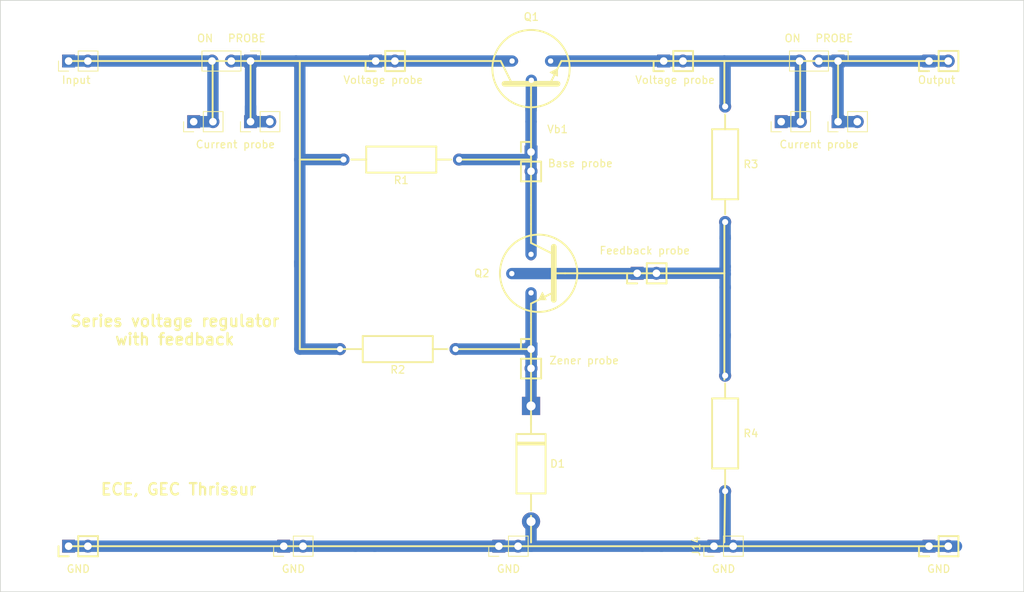
<source format=kicad_pcb>
(kicad_pcb (version 20171130) (host pcbnew 5.1.10-88a1d61d58~88~ubuntu18.04.1)

  (general
    (thickness 1.6)
    (drawings 69)
    (tracks 78)
    (zones 0)
    (modules 25)
    (nets 9)
  )

  (page A4)
  (layers
    (0 F.Cu signal)
    (31 B.Cu signal)
    (32 B.Adhes user)
    (33 F.Adhes user)
    (34 B.Paste user)
    (35 F.Paste user)
    (36 B.SilkS user)
    (37 F.SilkS user)
    (38 B.Mask user)
    (39 F.Mask user)
    (40 Dwgs.User user)
    (41 Cmts.User user)
    (42 Eco1.User user)
    (43 Eco2.User user)
    (44 Edge.Cuts user)
    (45 Margin user)
    (46 B.CrtYd user)
    (47 F.CrtYd user)
    (48 B.Fab user)
    (49 F.Fab user)
  )

  (setup
    (last_trace_width 0.25)
    (user_trace_width 0.3)
    (user_trace_width 0.5)
    (user_trace_width 1.5)
    (trace_clearance 0.2)
    (zone_clearance 1)
    (zone_45_only no)
    (trace_min 0.2)
    (via_size 0.8)
    (via_drill 0.4)
    (via_min_size 0.4)
    (via_min_drill 0.3)
    (uvia_size 0.3)
    (uvia_drill 0.1)
    (uvias_allowed no)
    (uvia_min_size 0.2)
    (uvia_min_drill 0.1)
    (edge_width 0.05)
    (segment_width 0.2)
    (pcb_text_width 0.3)
    (pcb_text_size 1.5 1.5)
    (mod_edge_width 0.25)
    (mod_text_size 1 1)
    (mod_text_width 0.15)
    (pad_size 1.524 1.524)
    (pad_drill 0.762)
    (pad_to_mask_clearance 0)
    (aux_axis_origin 0 0)
    (visible_elements FFFFFF7F)
    (pcbplotparams
      (layerselection 0x010fc_ffffffff)
      (usegerberextensions false)
      (usegerberattributes true)
      (usegerberadvancedattributes true)
      (creategerberjobfile true)
      (excludeedgelayer true)
      (linewidth 0.100000)
      (plotframeref false)
      (viasonmask false)
      (mode 1)
      (useauxorigin false)
      (hpglpennumber 1)
      (hpglpenspeed 20)
      (hpglpendiameter 15.000000)
      (psnegative false)
      (psa4output false)
      (plotreference true)
      (plotvalue true)
      (plotinvisibletext false)
      (padsonsilk false)
      (subtractmaskfromsilk false)
      (outputformat 1)
      (mirror false)
      (drillshape 0)
      (scaleselection 1)
      (outputdirectory ""))
  )

  (net 0 "")
  (net 1 GND)
  (net 2 /Vz)
  (net 3 Vin)
  (net 4 /Vb1)
  (net 5 Vout)
  (net 6 /Vfb)
  (net 7 "Net-(J1-Pad1)")
  (net 8 "Net-(J19-Pad1)")

  (net_class Default "This is the default net class."
    (clearance 0.2)
    (trace_width 0.25)
    (via_dia 0.8)
    (via_drill 0.4)
    (uvia_dia 0.3)
    (uvia_drill 0.1)
    (add_net /Vb1)
    (add_net /Vfb)
    (add_net /Vz)
    (add_net GND)
    (add_net "Net-(J1-Pad1)")
    (add_net "Net-(J19-Pad1)")
    (add_net Vin)
    (add_net Vout)
  )

  (module Connector_PinHeader_2.54mm:PinHeader_1x02_P2.54mm_Vertical (layer F.Cu) (tedit 59FED5CC) (tstamp 61A045A2)
    (at 169.625 99.5 90)
    (descr "Through hole straight pin header, 1x02, 2.54mm pitch, single row")
    (tags "Through hole pin header THT 1x02 2.54mm single row")
    (path /61A08C99)
    (fp_text reference J14 (at 0 -2.33 90) (layer F.SilkS)
      (effects (font (size 1 1) (thickness 0.15)))
    )
    (fp_text value "Ground point 5" (at 0 4.87 90) (layer F.Fab)
      (effects (font (size 1 1) (thickness 0.15)))
    )
    (fp_line (start -0.635 -1.27) (end 1.27 -1.27) (layer F.Fab) (width 0.1))
    (fp_line (start 1.27 -1.27) (end 1.27 3.81) (layer F.Fab) (width 0.1))
    (fp_line (start 1.27 3.81) (end -1.27 3.81) (layer F.Fab) (width 0.1))
    (fp_line (start -1.27 3.81) (end -1.27 -0.635) (layer F.Fab) (width 0.1))
    (fp_line (start -1.27 -0.635) (end -0.635 -1.27) (layer F.Fab) (width 0.1))
    (fp_line (start -1.33 3.87) (end 1.33 3.87) (layer F.SilkS) (width 0.12))
    (fp_line (start -1.33 1.27) (end -1.33 3.87) (layer F.SilkS) (width 0.12))
    (fp_line (start 1.33 1.27) (end 1.33 3.87) (layer F.SilkS) (width 0.12))
    (fp_line (start -1.33 1.27) (end 1.33 1.27) (layer F.SilkS) (width 0.12))
    (fp_line (start -1.33 0) (end -1.33 -1.33) (layer F.SilkS) (width 0.12))
    (fp_line (start -1.33 -1.33) (end 0 -1.33) (layer F.SilkS) (width 0.12))
    (fp_line (start -1.8 -1.8) (end -1.8 4.35) (layer F.CrtYd) (width 0.05))
    (fp_line (start -1.8 4.35) (end 1.8 4.35) (layer F.CrtYd) (width 0.05))
    (fp_line (start 1.8 4.35) (end 1.8 -1.8) (layer F.CrtYd) (width 0.05))
    (fp_line (start 1.8 -1.8) (end -1.8 -1.8) (layer F.CrtYd) (width 0.05))
    (fp_text user %R (at 0 1.27) (layer F.Fab)
      (effects (font (size 1 1) (thickness 0.15)))
    )
    (pad 1 thru_hole rect (at 0 0 90) (size 1.7 1.7) (drill 1) (layers *.Cu *.Mask)
      (net 1 GND))
    (pad 2 thru_hole oval (at 0 2.54 90) (size 1.7 1.7) (drill 1) (layers *.Cu *.Mask)
      (net 1 GND))
    (model ${KISYS3DMOD}/Connector_PinHeader_2.54mm.3dshapes/PinHeader_1x02_P2.54mm_Vertical.wrl
      (at (xyz 0 0 0))
      (scale (xyz 1 1 1))
      (rotate (xyz 0 0 0))
    )
  )

  (module Connector_PinHeader_2.54mm:PinHeader_1x02_P2.54mm_Vertical (layer F.Cu) (tedit 59FED5CC) (tstamp 61A0B6E6)
    (at 141.25 99.5 90)
    (descr "Through hole straight pin header, 1x02, 2.54mm pitch, single row")
    (tags "Through hole pin header THT 1x02 2.54mm single row")
    (path /61B21F52)
    (fp_text reference J21 (at 0 -2.33 90) (layer F.SilkS) hide
      (effects (font (size 1 1) (thickness 0.15)))
    )
    (fp_text value "Ground point 4" (at 0 4.87 90) (layer F.Fab)
      (effects (font (size 1 1) (thickness 0.15)))
    )
    (fp_line (start 1.8 -1.8) (end -1.8 -1.8) (layer F.CrtYd) (width 0.05))
    (fp_line (start 1.8 4.35) (end 1.8 -1.8) (layer F.CrtYd) (width 0.05))
    (fp_line (start -1.8 4.35) (end 1.8 4.35) (layer F.CrtYd) (width 0.05))
    (fp_line (start -1.8 -1.8) (end -1.8 4.35) (layer F.CrtYd) (width 0.05))
    (fp_line (start -1.33 -1.33) (end 0 -1.33) (layer F.SilkS) (width 0.12))
    (fp_line (start -1.33 0) (end -1.33 -1.33) (layer F.SilkS) (width 0.12))
    (fp_line (start -1.33 1.27) (end 1.33 1.27) (layer F.SilkS) (width 0.12))
    (fp_line (start 1.33 1.27) (end 1.33 3.87) (layer F.SilkS) (width 0.12))
    (fp_line (start -1.33 1.27) (end -1.33 3.87) (layer F.SilkS) (width 0.12))
    (fp_line (start -1.33 3.87) (end 1.33 3.87) (layer F.SilkS) (width 0.12))
    (fp_line (start -1.27 -0.635) (end -0.635 -1.27) (layer F.Fab) (width 0.1))
    (fp_line (start -1.27 3.81) (end -1.27 -0.635) (layer F.Fab) (width 0.1))
    (fp_line (start 1.27 3.81) (end -1.27 3.81) (layer F.Fab) (width 0.1))
    (fp_line (start 1.27 -1.27) (end 1.27 3.81) (layer F.Fab) (width 0.1))
    (fp_line (start -0.635 -1.27) (end 1.27 -1.27) (layer F.Fab) (width 0.1))
    (fp_text user %R (at 0 1.27) (layer F.Fab)
      (effects (font (size 1 1) (thickness 0.15)))
    )
    (pad 1 thru_hole rect (at 0 0 90) (size 1.7 1.7) (drill 1) (layers *.Cu *.Mask)
      (net 1 GND))
    (pad 2 thru_hole oval (at 0 2.54 90) (size 1.7 1.7) (drill 1) (layers *.Cu *.Mask)
      (net 1 GND))
    (model ${KISYS3DMOD}/Connector_PinHeader_2.54mm.3dshapes/PinHeader_1x02_P2.54mm_Vertical.wrl
      (at (xyz 0 0 0))
      (scale (xyz 1 1 1))
      (rotate (xyz 0 0 0))
    )
  )

  (module Connector_PinHeader_2.54mm:PinHeader_1x03_P2.54mm_Vertical (layer F.Cu) (tedit 59FED5CC) (tstamp 61A07DDB)
    (at 186 35.5 270)
    (descr "Through hole straight pin header, 1x03, 2.54mm pitch, single row")
    (tags "Through hole pin header THT 1x03 2.54mm single row")
    (path /61AAA46F)
    (fp_text reference J20 (at 0 -2.33 90) (layer F.SilkS) hide
      (effects (font (size 1 1) (thickness 0.15)))
    )
    (fp_text value "Current short" (at 0 7.41 90) (layer F.Fab)
      (effects (font (size 1 1) (thickness 0.15)))
    )
    (fp_line (start -0.635 -1.27) (end 1.27 -1.27) (layer F.Fab) (width 0.1))
    (fp_line (start 1.27 -1.27) (end 1.27 6.35) (layer F.Fab) (width 0.1))
    (fp_line (start 1.27 6.35) (end -1.27 6.35) (layer F.Fab) (width 0.1))
    (fp_line (start -1.27 6.35) (end -1.27 -0.635) (layer F.Fab) (width 0.1))
    (fp_line (start -1.27 -0.635) (end -0.635 -1.27) (layer F.Fab) (width 0.1))
    (fp_line (start -1.33 6.41) (end 1.33 6.41) (layer F.SilkS) (width 0.12))
    (fp_line (start -1.33 1.27) (end -1.33 6.41) (layer F.SilkS) (width 0.12))
    (fp_line (start 1.33 1.27) (end 1.33 6.41) (layer F.SilkS) (width 0.12))
    (fp_line (start -1.33 1.27) (end 1.33 1.27) (layer F.SilkS) (width 0.12))
    (fp_line (start -1.33 0) (end -1.33 -1.33) (layer F.SilkS) (width 0.12))
    (fp_line (start -1.33 -1.33) (end 0 -1.33) (layer F.SilkS) (width 0.12))
    (fp_line (start -1.8 -1.8) (end -1.8 6.85) (layer F.CrtYd) (width 0.05))
    (fp_line (start -1.8 6.85) (end 1.8 6.85) (layer F.CrtYd) (width 0.05))
    (fp_line (start 1.8 6.85) (end 1.8 -1.8) (layer F.CrtYd) (width 0.05))
    (fp_line (start 1.8 -1.8) (end -1.8 -1.8) (layer F.CrtYd) (width 0.05))
    (fp_text user %R (at 0 2.54) (layer F.Fab)
      (effects (font (size 1 1) (thickness 0.15)))
    )
    (pad 3 thru_hole oval (at 0 5.08 270) (size 1.7 1.7) (drill 1) (layers *.Cu *.Mask)
      (net 5 Vout))
    (pad 2 thru_hole oval (at 0 2.54 270) (size 1.7 1.7) (drill 1) (layers *.Cu *.Mask)
      (net 8 "Net-(J19-Pad1)"))
    (pad 1 thru_hole rect (at 0 0 270) (size 1.7 1.7) (drill 1) (layers *.Cu *.Mask)
      (net 8 "Net-(J19-Pad1)"))
    (model ${KISYS3DMOD}/Connector_PinHeader_2.54mm.3dshapes/PinHeader_1x03_P2.54mm_Vertical.wrl
      (at (xyz 0 0 0))
      (scale (xyz 1 1 1))
      (rotate (xyz 0 0 0))
    )
  )

  (module Connector_PinHeader_2.54mm:PinHeader_1x03_P2.54mm_Vertical (layer F.Cu) (tedit 59FED5CC) (tstamp 61A07B88)
    (at 108.5 35.5 270)
    (descr "Through hole straight pin header, 1x03, 2.54mm pitch, single row")
    (tags "Through hole pin header THT 1x03 2.54mm single row")
    (path /61AA945C)
    (fp_text reference J3 (at 0 -2.33 90) (layer F.SilkS) hide
      (effects (font (size 1 1) (thickness 0.15)))
    )
    (fp_text value "Current short" (at -4.5 2.5 180) (layer F.Fab)
      (effects (font (size 1 1) (thickness 0.15)))
    )
    (fp_line (start -0.635 -1.27) (end 1.27 -1.27) (layer F.Fab) (width 0.1))
    (fp_line (start 1.27 -1.27) (end 1.27 6.35) (layer F.Fab) (width 0.1))
    (fp_line (start 1.27 6.35) (end -1.27 6.35) (layer F.Fab) (width 0.1))
    (fp_line (start -1.27 6.35) (end -1.27 -0.635) (layer F.Fab) (width 0.1))
    (fp_line (start -1.27 -0.635) (end -0.635 -1.27) (layer F.Fab) (width 0.1))
    (fp_line (start -1.33 6.41) (end 1.33 6.41) (layer F.SilkS) (width 0.12))
    (fp_line (start -1.33 1.27) (end -1.33 6.41) (layer F.SilkS) (width 0.12))
    (fp_line (start 1.33 1.27) (end 1.33 6.41) (layer F.SilkS) (width 0.12))
    (fp_line (start -1.33 1.27) (end 1.33 1.27) (layer F.SilkS) (width 0.12))
    (fp_line (start -1.33 0) (end -1.33 -1.33) (layer F.SilkS) (width 0.12))
    (fp_line (start -1.33 -1.33) (end 0 -1.33) (layer F.SilkS) (width 0.12))
    (fp_line (start -1.8 -1.8) (end -1.8 6.85) (layer F.CrtYd) (width 0.05))
    (fp_line (start -1.8 6.85) (end 1.8 6.85) (layer F.CrtYd) (width 0.05))
    (fp_line (start 1.8 6.85) (end 1.8 -1.8) (layer F.CrtYd) (width 0.05))
    (fp_line (start 1.8 -1.8) (end -1.8 -1.8) (layer F.CrtYd) (width 0.05))
    (fp_text user %R (at 0 2.54) (layer F.Fab)
      (effects (font (size 1 1) (thickness 0.15)))
    )
    (pad 3 thru_hole oval (at 0 5.08 270) (size 1.7 1.7) (drill 1) (layers *.Cu *.Mask)
      (net 7 "Net-(J1-Pad1)"))
    (pad 2 thru_hole oval (at 0 2.54 270) (size 1.7 1.7) (drill 1) (layers *.Cu *.Mask)
      (net 3 Vin))
    (pad 1 thru_hole rect (at 0 0 270) (size 1.7 1.7) (drill 1) (layers *.Cu *.Mask)
      (net 3 Vin))
    (model ${KISYS3DMOD}/Connector_PinHeader_2.54mm.3dshapes/PinHeader_1x03_P2.54mm_Vertical.wrl
      (at (xyz 0 0 0))
      (scale (xyz 1 1 1))
      (rotate (xyz 0 0 0))
    )
  )

  (module Connector_PinHeader_2.54mm:PinHeader_1x02_P2.54mm_Vertical (layer F.Cu) (tedit 59FED5CC) (tstamp 619FE530)
    (at 84.5 35.5 90)
    (descr "Through hole straight pin header, 1x02, 2.54mm pitch, single row")
    (tags "Through hole pin header THT 1x02 2.54mm single row")
    (path /6199FDE1)
    (fp_text reference J1 (at 0 -2.33 90) (layer F.SilkS) hide
      (effects (font (size 1 1) (thickness 0.15)))
    )
    (fp_text value "Power input" (at 0 4.87 90) (layer F.Fab)
      (effects (font (size 1 1) (thickness 0.15)))
    )
    (fp_line (start -0.635 -1.27) (end 1.27 -1.27) (layer F.Fab) (width 0.1))
    (fp_line (start 1.27 -1.27) (end 1.27 3.81) (layer F.Fab) (width 0.1))
    (fp_line (start 1.27 3.81) (end -1.27 3.81) (layer F.Fab) (width 0.1))
    (fp_line (start -1.27 3.81) (end -1.27 -0.635) (layer F.Fab) (width 0.1))
    (fp_line (start -1.27 -0.635) (end -0.635 -1.27) (layer F.Fab) (width 0.1))
    (fp_line (start -1.33 3.87) (end 1.33 3.87) (layer F.SilkS) (width 0.12))
    (fp_line (start -1.33 1.27) (end -1.33 3.87) (layer F.SilkS) (width 0.12))
    (fp_line (start 1.33 1.27) (end 1.33 3.87) (layer F.SilkS) (width 0.12))
    (fp_line (start -1.33 1.27) (end 1.33 1.27) (layer F.SilkS) (width 0.12))
    (fp_line (start -1.33 0) (end -1.33 -1.33) (layer F.SilkS) (width 0.12))
    (fp_line (start -1.33 -1.33) (end 0 -1.33) (layer F.SilkS) (width 0.12))
    (fp_line (start -1.8 -1.8) (end -1.8 4.35) (layer F.CrtYd) (width 0.05))
    (fp_line (start -1.8 4.35) (end 1.8 4.35) (layer F.CrtYd) (width 0.05))
    (fp_line (start 1.8 4.35) (end 1.8 -1.8) (layer F.CrtYd) (width 0.05))
    (fp_line (start 1.8 -1.8) (end -1.8 -1.8) (layer F.CrtYd) (width 0.05))
    (fp_text user %R (at 0 1.27) (layer F.Fab)
      (effects (font (size 1 1) (thickness 0.15)))
    )
    (pad 2 thru_hole oval (at 0 2.54 90) (size 1.7 1.7) (drill 1) (layers *.Cu *.Mask)
      (net 7 "Net-(J1-Pad1)"))
    (pad 1 thru_hole rect (at 0 0 90) (size 1.7 1.7) (drill 1) (layers *.Cu *.Mask)
      (net 7 "Net-(J1-Pad1)"))
    (model ${KISYS3DMOD}/Connector_PinHeader_2.54mm.3dshapes/PinHeader_1x02_P2.54mm_Vertical.wrl
      (at (xyz 0 0 0))
      (scale (xyz 1 1 1))
      (rotate (xyz 0 0 0))
    )
  )

  (module Connector_PinHeader_2.54mm:PinHeader_1x02_P2.54mm_Vertical (layer F.Cu) (tedit 59FED5CC) (tstamp 61A07DC4)
    (at 186 43.5 90)
    (descr "Through hole straight pin header, 1x02, 2.54mm pitch, single row")
    (tags "Through hole pin header THT 1x02 2.54mm single row")
    (path /61AAC609)
    (fp_text reference J19 (at 0 -2.33 90) (layer F.SilkS) hide
      (effects (font (size 1 1) (thickness 0.15)))
    )
    (fp_text value "Input current probe" (at 0 4.87 90) (layer F.Fab)
      (effects (font (size 1 1) (thickness 0.15)))
    )
    (fp_line (start -0.635 -1.27) (end 1.27 -1.27) (layer F.Fab) (width 0.1))
    (fp_line (start 1.27 -1.27) (end 1.27 3.81) (layer F.Fab) (width 0.1))
    (fp_line (start 1.27 3.81) (end -1.27 3.81) (layer F.Fab) (width 0.1))
    (fp_line (start -1.27 3.81) (end -1.27 -0.635) (layer F.Fab) (width 0.1))
    (fp_line (start -1.27 -0.635) (end -0.635 -1.27) (layer F.Fab) (width 0.1))
    (fp_line (start -1.33 3.87) (end 1.33 3.87) (layer F.SilkS) (width 0.12))
    (fp_line (start -1.33 1.27) (end -1.33 3.87) (layer F.SilkS) (width 0.12))
    (fp_line (start 1.33 1.27) (end 1.33 3.87) (layer F.SilkS) (width 0.12))
    (fp_line (start -1.33 1.27) (end 1.33 1.27) (layer F.SilkS) (width 0.12))
    (fp_line (start -1.33 0) (end -1.33 -1.33) (layer F.SilkS) (width 0.12))
    (fp_line (start -1.33 -1.33) (end 0 -1.33) (layer F.SilkS) (width 0.12))
    (fp_line (start -1.8 -1.8) (end -1.8 4.35) (layer F.CrtYd) (width 0.05))
    (fp_line (start -1.8 4.35) (end 1.8 4.35) (layer F.CrtYd) (width 0.05))
    (fp_line (start 1.8 4.35) (end 1.8 -1.8) (layer F.CrtYd) (width 0.05))
    (fp_line (start 1.8 -1.8) (end -1.8 -1.8) (layer F.CrtYd) (width 0.05))
    (fp_text user %R (at 0 1.27) (layer F.Fab)
      (effects (font (size 1 1) (thickness 0.15)))
    )
    (pad 2 thru_hole oval (at 0 2.54 90) (size 1.7 1.7) (drill 1) (layers *.Cu *.Mask)
      (net 8 "Net-(J19-Pad1)"))
    (pad 1 thru_hole rect (at 0 0 90) (size 1.7 1.7) (drill 1) (layers *.Cu *.Mask)
      (net 8 "Net-(J19-Pad1)"))
    (model ${KISYS3DMOD}/Connector_PinHeader_2.54mm.3dshapes/PinHeader_1x02_P2.54mm_Vertical.wrl
      (at (xyz 0 0 0))
      (scale (xyz 1 1 1))
      (rotate (xyz 0 0 0))
    )
  )

  (module Connector_PinHeader_2.54mm:PinHeader_1x02_P2.54mm_Vertical (layer F.Cu) (tedit 59FED5CC) (tstamp 61A095FE)
    (at 178.5 43.5 90)
    (descr "Through hole straight pin header, 1x02, 2.54mm pitch, single row")
    (tags "Through hole pin header THT 1x02 2.54mm single row")
    (path /61AAC603)
    (fp_text reference J18 (at 0 -2.33 90) (layer F.SilkS) hide
      (effects (font (size 1 1) (thickness 0.15)))
    )
    (fp_text value "Input current probe" (at 0 4.87 90) (layer F.Fab)
      (effects (font (size 1 1) (thickness 0.15)))
    )
    (fp_line (start -0.635 -1.27) (end 1.27 -1.27) (layer F.Fab) (width 0.1))
    (fp_line (start 1.27 -1.27) (end 1.27 3.81) (layer F.Fab) (width 0.1))
    (fp_line (start 1.27 3.81) (end -1.27 3.81) (layer F.Fab) (width 0.1))
    (fp_line (start -1.27 3.81) (end -1.27 -0.635) (layer F.Fab) (width 0.1))
    (fp_line (start -1.27 -0.635) (end -0.635 -1.27) (layer F.Fab) (width 0.1))
    (fp_line (start -1.33 3.87) (end 1.33 3.87) (layer F.SilkS) (width 0.12))
    (fp_line (start -1.33 1.27) (end -1.33 3.87) (layer F.SilkS) (width 0.12))
    (fp_line (start 1.33 1.27) (end 1.33 3.87) (layer F.SilkS) (width 0.12))
    (fp_line (start -1.33 1.27) (end 1.33 1.27) (layer F.SilkS) (width 0.12))
    (fp_line (start -1.33 0) (end -1.33 -1.33) (layer F.SilkS) (width 0.12))
    (fp_line (start -1.33 -1.33) (end 0 -1.33) (layer F.SilkS) (width 0.12))
    (fp_line (start -1.8 -1.8) (end -1.8 4.35) (layer F.CrtYd) (width 0.05))
    (fp_line (start -1.8 4.35) (end 1.8 4.35) (layer F.CrtYd) (width 0.05))
    (fp_line (start 1.8 4.35) (end 1.8 -1.8) (layer F.CrtYd) (width 0.05))
    (fp_line (start 1.8 -1.8) (end -1.8 -1.8) (layer F.CrtYd) (width 0.05))
    (fp_text user %R (at 0 1.27) (layer F.Fab)
      (effects (font (size 1 1) (thickness 0.15)))
    )
    (pad 2 thru_hole oval (at 0 2.54 90) (size 1.7 1.7) (drill 1) (layers *.Cu *.Mask)
      (net 5 Vout))
    (pad 1 thru_hole rect (at 0 0 90) (size 1.7 1.7) (drill 1) (layers *.Cu *.Mask)
      (net 5 Vout))
    (model ${KISYS3DMOD}/Connector_PinHeader_2.54mm.3dshapes/PinHeader_1x02_P2.54mm_Vertical.wrl
      (at (xyz 0 0 0))
      (scale (xyz 1 1 1))
      (rotate (xyz 0 0 0))
    )
  )

  (module Connector_PinHeader_2.54mm:PinHeader_1x02_P2.54mm_Vertical (layer F.Cu) (tedit 59FED5CC) (tstamp 61A07CEE)
    (at 108.5 43.5 90)
    (descr "Through hole straight pin header, 1x02, 2.54mm pitch, single row")
    (tags "Through hole pin header THT 1x02 2.54mm single row")
    (path /61A7C5F9)
    (fp_text reference J12 (at -3 1 180) (layer F.SilkS) hide
      (effects (font (size 1 1) (thickness 0.15)))
    )
    (fp_text value "Input current probe" (at -4 4.5 270) (layer F.Fab)
      (effects (font (size 1 1) (thickness 0.15)))
    )
    (fp_line (start 1.8 -1.8) (end -1.8 -1.8) (layer F.CrtYd) (width 0.05))
    (fp_line (start 1.8 4.35) (end 1.8 -1.8) (layer F.CrtYd) (width 0.05))
    (fp_line (start -1.8 4.35) (end 1.8 4.35) (layer F.CrtYd) (width 0.05))
    (fp_line (start -1.8 -1.8) (end -1.8 4.35) (layer F.CrtYd) (width 0.05))
    (fp_line (start -1.33 -1.33) (end 0 -1.33) (layer F.SilkS) (width 0.12))
    (fp_line (start -1.33 0) (end -1.33 -1.33) (layer F.SilkS) (width 0.12))
    (fp_line (start -1.33 1.27) (end 1.33 1.27) (layer F.SilkS) (width 0.12))
    (fp_line (start 1.33 1.27) (end 1.33 3.87) (layer F.SilkS) (width 0.12))
    (fp_line (start -1.33 1.27) (end -1.33 3.87) (layer F.SilkS) (width 0.12))
    (fp_line (start -1.33 3.87) (end 1.33 3.87) (layer F.SilkS) (width 0.12))
    (fp_line (start -1.27 -0.635) (end -0.635 -1.27) (layer F.Fab) (width 0.1))
    (fp_line (start -1.27 3.81) (end -1.27 -0.635) (layer F.Fab) (width 0.1))
    (fp_line (start 1.27 3.81) (end -1.27 3.81) (layer F.Fab) (width 0.1))
    (fp_line (start 1.27 -1.27) (end 1.27 3.81) (layer F.Fab) (width 0.1))
    (fp_line (start -0.635 -1.27) (end 1.27 -1.27) (layer F.Fab) (width 0.1))
    (fp_text user %R (at 0 1.27) (layer F.Fab)
      (effects (font (size 1 1) (thickness 0.15)))
    )
    (pad 1 thru_hole rect (at 0 0 90) (size 1.7 1.7) (drill 1) (layers *.Cu *.Mask)
      (net 3 Vin))
    (pad 2 thru_hole oval (at 0 2.54 90) (size 1.7 1.7) (drill 1) (layers *.Cu *.Mask)
      (net 3 Vin))
    (model ${KISYS3DMOD}/Connector_PinHeader_2.54mm.3dshapes/PinHeader_1x02_P2.54mm_Vertical.wrl
      (at (xyz 0 0 0))
      (scale (xyz 1 1 1))
      (rotate (xyz 0 0 0))
    )
  )

  (module Connector_PinHeader_2.54mm:PinHeader_1x02_P2.54mm_Vertical (layer F.Cu) (tedit 59FED5CC) (tstamp 61A09762)
    (at 101 43.5 90)
    (descr "Through hole straight pin header, 1x02, 2.54mm pitch, single row")
    (tags "Through hole pin header THT 1x02 2.54mm single row")
    (path /61A7BE84)
    (fp_text reference J2 (at 0 -2.33 90) (layer F.SilkS) hide
      (effects (font (size 1 1) (thickness 0.15)))
    )
    (fp_text value "Input current probe" (at -4 -3 270) (layer F.Fab)
      (effects (font (size 1 1) (thickness 0.15)))
    )
    (fp_line (start 1.8 -1.8) (end -1.8 -1.8) (layer F.CrtYd) (width 0.05))
    (fp_line (start 1.8 4.35) (end 1.8 -1.8) (layer F.CrtYd) (width 0.05))
    (fp_line (start -1.8 4.35) (end 1.8 4.35) (layer F.CrtYd) (width 0.05))
    (fp_line (start -1.8 -1.8) (end -1.8 4.35) (layer F.CrtYd) (width 0.05))
    (fp_line (start -1.33 -1.33) (end 0 -1.33) (layer F.SilkS) (width 0.12))
    (fp_line (start -1.33 0) (end -1.33 -1.33) (layer F.SilkS) (width 0.12))
    (fp_line (start -1.33 1.27) (end 1.33 1.27) (layer F.SilkS) (width 0.12))
    (fp_line (start 1.33 1.27) (end 1.33 3.87) (layer F.SilkS) (width 0.12))
    (fp_line (start -1.33 1.27) (end -1.33 3.87) (layer F.SilkS) (width 0.12))
    (fp_line (start -1.33 3.87) (end 1.33 3.87) (layer F.SilkS) (width 0.12))
    (fp_line (start -1.27 -0.635) (end -0.635 -1.27) (layer F.Fab) (width 0.1))
    (fp_line (start -1.27 3.81) (end -1.27 -0.635) (layer F.Fab) (width 0.1))
    (fp_line (start 1.27 3.81) (end -1.27 3.81) (layer F.Fab) (width 0.1))
    (fp_line (start 1.27 -1.27) (end 1.27 3.81) (layer F.Fab) (width 0.1))
    (fp_line (start -0.635 -1.27) (end 1.27 -1.27) (layer F.Fab) (width 0.1))
    (fp_text user %R (at 0 1.27) (layer F.Fab)
      (effects (font (size 1 1) (thickness 0.15)))
    )
    (pad 1 thru_hole rect (at 0 0 90) (size 1.7 1.7) (drill 1) (layers *.Cu *.Mask)
      (net 7 "Net-(J1-Pad1)"))
    (pad 2 thru_hole oval (at 0 2.54 90) (size 1.7 1.7) (drill 1) (layers *.Cu *.Mask)
      (net 7 "Net-(J1-Pad1)"))
    (model ${KISYS3DMOD}/Connector_PinHeader_2.54mm.3dshapes/PinHeader_1x02_P2.54mm_Vertical.wrl
      (at (xyz 0 0 0))
      (scale (xyz 1 1 1))
      (rotate (xyz 0 0 0))
    )
  )

  (module Connector_PinHeader_2.54mm:PinHeader_1x02_P2.54mm_Vertical (layer F.Cu) (tedit 59FED5CC) (tstamp 61A019C1)
    (at 112.875 99.5 90)
    (descr "Through hole straight pin header, 1x02, 2.54mm pitch, single row")
    (tags "Through hole pin header THT 1x02 2.54mm single row")
    (path /61A4F55D)
    (fp_text reference J13 (at 3 1.5 180) (layer F.SilkS) hide
      (effects (font (size 1 1) (thickness 0.15)))
    )
    (fp_text value "Ground point 3" (at 0 4.87 90) (layer F.Fab)
      (effects (font (size 1 1) (thickness 0.15)))
    )
    (fp_line (start 1.8 -1.8) (end -1.8 -1.8) (layer F.CrtYd) (width 0.05))
    (fp_line (start 1.8 4.35) (end 1.8 -1.8) (layer F.CrtYd) (width 0.05))
    (fp_line (start -1.8 4.35) (end 1.8 4.35) (layer F.CrtYd) (width 0.05))
    (fp_line (start -1.8 -1.8) (end -1.8 4.35) (layer F.CrtYd) (width 0.05))
    (fp_line (start -1.33 -1.33) (end 0 -1.33) (layer F.SilkS) (width 0.12))
    (fp_line (start -1.33 0) (end -1.33 -1.33) (layer F.SilkS) (width 0.12))
    (fp_line (start -1.33 1.27) (end 1.33 1.27) (layer F.SilkS) (width 0.12))
    (fp_line (start 1.33 1.27) (end 1.33 3.87) (layer F.SilkS) (width 0.12))
    (fp_line (start -1.33 1.27) (end -1.33 3.87) (layer F.SilkS) (width 0.12))
    (fp_line (start -1.33 3.87) (end 1.33 3.87) (layer F.SilkS) (width 0.12))
    (fp_line (start -1.27 -0.635) (end -0.635 -1.27) (layer F.Fab) (width 0.1))
    (fp_line (start -1.27 3.81) (end -1.27 -0.635) (layer F.Fab) (width 0.1))
    (fp_line (start 1.27 3.81) (end -1.27 3.81) (layer F.Fab) (width 0.1))
    (fp_line (start 1.27 -1.27) (end 1.27 3.81) (layer F.Fab) (width 0.1))
    (fp_line (start -0.635 -1.27) (end 1.27 -1.27) (layer F.Fab) (width 0.1))
    (fp_text user %R (at 0 1.27) (layer F.Fab)
      (effects (font (size 1 1) (thickness 0.15)))
    )
    (pad 1 thru_hole rect (at 0 0 90) (size 1.7 1.7) (drill 1) (layers *.Cu *.Mask)
      (net 1 GND))
    (pad 2 thru_hole oval (at 0 2.54 90) (size 1.7 1.7) (drill 1) (layers *.Cu *.Mask)
      (net 1 GND))
    (model ${KISYS3DMOD}/Connector_PinHeader_2.54mm.3dshapes/PinHeader_1x02_P2.54mm_Vertical.wrl
      (at (xyz 0 0 0))
      (scale (xyz 1 1 1))
      (rotate (xyz 0 0 0))
    )
  )

  (module Package_TO_SOT_THT:TO-39-3 (layer F.Cu) (tedit 619F8B92) (tstamp 619FE404)
    (at 143 35.5)
    (descr TO-39-3)
    (tags TO-39-3)
    (path /61965A48)
    (fp_text reference Q1 (at 2.54 -5.82) (layer F.SilkS)
      (effects (font (size 1 1) (thickness 0.15)))
    )
    (fp_text value BC547 (at 2.54 5.82) (layer F.Fab)
      (effects (font (size 1 1) (thickness 0.15)))
    )
    (fp_line (start -0.465408 -3.61352) (end -1.27151 -4.419621) (layer F.Fab) (width 0.1))
    (fp_line (start -1.27151 -4.419621) (end -1.879621 -3.81151) (layer F.Fab) (width 0.1))
    (fp_line (start -1.879621 -3.81151) (end -1.07352 -3.005408) (layer F.Fab) (width 0.1))
    (fp_line (start -2.41 -4.95) (end -2.41 4.95) (layer F.CrtYd) (width 0.05))
    (fp_line (start -2.41 4.95) (end 7.49 4.95) (layer F.CrtYd) (width 0.05))
    (fp_line (start 7.49 4.95) (end 7.49 -4.95) (layer F.CrtYd) (width 0.05))
    (fp_line (start 7.49 -4.95) (end -2.41 -4.95) (layer F.CrtYd) (width 0.05))
    (fp_circle (center 2.54 0) (end 6.79 0) (layer F.Fab) (width 0.1))
    (fp_text user %R (at 2.54 -5.82) (layer F.Fab)
      (effects (font (size 1 1) (thickness 0.15)))
    )
    (fp_arc (start 2.54 0) (end -0.465408 -3.61352) (angle 349.5) (layer F.Fab) (width 0.1))
    (pad 1 thru_hole oval (at 0 0) (size 1.6 1.2) (drill 0.7) (layers *.Cu *.Mask)
      (net 3 Vin))
    (pad 2 thru_hole oval (at 2.54 2.54) (size 1.2 1.2) (drill 0.7) (layers *.Cu *.Mask)
      (net 4 /Vb1))
    (pad 3 thru_hole oval (at 5.08 0) (size 1.2 1.2) (drill 0.7) (layers *.Cu *.Mask)
      (net 5 Vout))
    (model ${KISYS3DMOD}/Package_TO_SOT_THT.3dshapes/TO-39-3.wrl
      (at (xyz 0 0 0))
      (scale (xyz 1 1 1))
      (rotate (xyz 0 0 0))
    )
  )

  (module Package_TO_SOT_THT:TO-39-3 (layer F.Cu) (tedit 619F89CB) (tstamp 619A9154)
    (at 145.5 61 270)
    (descr TO-39-3)
    (tags TO-39-3)
    (path /61967002)
    (fp_text reference Q2 (at 2.5 6.5 180) (layer F.SilkS)
      (effects (font (size 1 1) (thickness 0.15)))
    )
    (fp_text value BC547 (at 2.54 5.82 90) (layer F.Fab)
      (effects (font (size 1 1) (thickness 0.15)))
    )
    (fp_circle (center 2.54 0) (end 6.79 0) (layer F.Fab) (width 0.1))
    (fp_line (start 7.49 -4.95) (end -2.41 -4.95) (layer F.CrtYd) (width 0.05))
    (fp_line (start 7.49 4.95) (end 7.49 -4.95) (layer F.CrtYd) (width 0.05))
    (fp_line (start -2.41 4.95) (end 7.49 4.95) (layer F.CrtYd) (width 0.05))
    (fp_line (start -2.41 -4.95) (end -2.41 4.95) (layer F.CrtYd) (width 0.05))
    (fp_line (start -1.879621 -3.81151) (end -1.07352 -3.005408) (layer F.Fab) (width 0.1))
    (fp_line (start -1.27151 -4.419621) (end -1.879621 -3.81151) (layer F.Fab) (width 0.1))
    (fp_line (start -0.465408 -3.61352) (end -1.27151 -4.419621) (layer F.Fab) (width 0.1))
    (fp_arc (start 2.54 0) (end -0.465408 -3.61352) (angle 349.5) (layer F.Fab) (width 0.1))
    (fp_text user %R (at 2.54 -5.82 90) (layer F.Fab)
      (effects (font (size 1 1) (thickness 0.15)))
    )
    (pad 3 thru_hole oval (at 5.08 0 270) (size 1.2 1.2) (drill 0.7) (layers *.Cu *.Mask)
      (net 2 /Vz))
    (pad 2 thru_hole oval (at 2.54 2.54 270) (size 1.2 1.2) (drill 0.7) (layers *.Cu *.Mask)
      (net 6 /Vfb))
    (pad 1 thru_hole oval (at 0 0 270) (size 1.6 1.2) (drill 0.7) (layers *.Cu *.Mask)
      (net 4 /Vb1))
    (model ${KISYS3DMOD}/Package_TO_SOT_THT.3dshapes/TO-39-3.wrl
      (at (xyz 0 0 0))
      (scale (xyz 1 1 1))
      (rotate (xyz 0 0 0))
    )
  )

  (module Diode_THT:D_DO-15_P15.24mm_Horizontal (layer F.Cu) (tedit 5AE50CD5) (tstamp 6199C71A)
    (at 145.5 81 270)
    (descr "Diode, DO-15 series, Axial, Horizontal, pin pitch=15.24mm, , length*diameter=7.6*3.6mm^2, , http://www.diodes.com/_files/packages/DO-15.pdf")
    (tags "Diode DO-15 series Axial Horizontal pin pitch 15.24mm  length 7.6mm diameter 3.6mm")
    (path /619690D7)
    (fp_text reference D1 (at 7.62 -3.5 180) (layer F.SilkS)
      (effects (font (size 1 1) (thickness 0.15)))
    )
    (fp_text value D_Zener (at 7.62 2.92 90) (layer F.Fab)
      (effects (font (size 1 1) (thickness 0.15)))
    )
    (fp_line (start 16.69 -2.05) (end -1.45 -2.05) (layer F.CrtYd) (width 0.05))
    (fp_line (start 16.69 2.05) (end 16.69 -2.05) (layer F.CrtYd) (width 0.05))
    (fp_line (start -1.45 2.05) (end 16.69 2.05) (layer F.CrtYd) (width 0.05))
    (fp_line (start -1.45 -2.05) (end -1.45 2.05) (layer F.CrtYd) (width 0.05))
    (fp_line (start 4.84 -1.92) (end 4.84 1.92) (layer F.SilkS) (width 0.25))
    (fp_line (start 5.08 -1.92) (end 5.08 1.92) (layer F.SilkS) (width 0.25))
    (fp_line (start 4.96 -1.92) (end 4.96 1.92) (layer F.SilkS) (width 0.25))
    (fp_line (start 13.8 0) (end 11.54 0) (layer F.SilkS) (width 0.25))
    (fp_line (start 1.44 0) (end 3.7 0) (layer F.SilkS) (width 0.25))
    (fp_line (start 11.54 -1.92) (end 3.7 -1.92) (layer F.SilkS) (width 0.25))
    (fp_line (start 11.54 1.92) (end 11.54 -1.92) (layer F.SilkS) (width 0.25))
    (fp_line (start 3.7 1.92) (end 11.54 1.92) (layer F.SilkS) (width 0.25))
    (fp_line (start 3.7 -1.92) (end 3.7 1.92) (layer F.SilkS) (width 0.25))
    (fp_line (start 4.86 -1.8) (end 4.86 1.8) (layer F.Fab) (width 0.1))
    (fp_line (start 5.06 -1.8) (end 5.06 1.8) (layer F.Fab) (width 0.1))
    (fp_line (start 4.96 -1.8) (end 4.96 1.8) (layer F.Fab) (width 0.1))
    (fp_line (start 15.24 0) (end 11.42 0) (layer F.Fab) (width 0.1))
    (fp_line (start 0 0) (end 3.82 0) (layer F.Fab) (width 0.1))
    (fp_line (start 11.42 -1.8) (end 3.82 -1.8) (layer F.Fab) (width 0.1))
    (fp_line (start 11.42 1.8) (end 11.42 -1.8) (layer F.Fab) (width 0.1))
    (fp_line (start 3.82 1.8) (end 11.42 1.8) (layer F.Fab) (width 0.1))
    (fp_line (start 3.82 -1.8) (end 3.82 1.8) (layer F.Fab) (width 0.1))
    (fp_text user %R (at 8.19 0 90) (layer F.Fab)
      (effects (font (size 1 1) (thickness 0.15)))
    )
    (fp_text user K (at 0 -2.2 90) (layer F.SilkS) hide
      (effects (font (size 1 1) (thickness 0.15)))
    )
    (pad 1 thru_hole rect (at 0 0 270) (size 2.4 2.4) (drill 1.2) (layers *.Cu *.Mask)
      (net 2 /Vz))
    (pad 2 thru_hole oval (at 15.24 0 270) (size 2.4 2.4) (drill 1.2) (layers *.Cu *.Mask)
      (net 1 GND))
    (model ${KISYS3DMOD}/Diode_THT.3dshapes/D_DO-15_P15.24mm_Horizontal.wrl
      (at (xyz 0 0 0))
      (scale (xyz 1 1 1))
      (rotate (xyz 0 0 0))
    )
  )

  (module Connector_PinHeader_2.54mm:PinHeader_1x02_P2.54mm_Vertical (layer F.Cu) (tedit 59FED5CC) (tstamp 619A68B1)
    (at 84.5 99.5 90)
    (descr "Through hole straight pin header, 1x02, 2.54mm pitch, single row")
    (tags "Through hole pin header THT 1x02 2.54mm single row")
    (path /619B3C56)
    (fp_text reference J11 (at 3 1.5 180) (layer F.SilkS) hide
      (effects (font (size 1 1) (thickness 0.15)))
    )
    (fp_text value "Ground point 2" (at 0 4.87 90) (layer F.Fab)
      (effects (font (size 1 1) (thickness 0.15)))
    )
    (fp_line (start 1.8 -1.8) (end -1.8 -1.8) (layer F.CrtYd) (width 0.05))
    (fp_line (start 1.8 4.35) (end 1.8 -1.8) (layer F.CrtYd) (width 0.05))
    (fp_line (start -1.8 4.35) (end 1.8 4.35) (layer F.CrtYd) (width 0.05))
    (fp_line (start -1.8 -1.8) (end -1.8 4.35) (layer F.CrtYd) (width 0.05))
    (fp_line (start -1.33 -1.33) (end 0 -1.33) (layer F.SilkS) (width 0.25))
    (fp_line (start -1.33 0) (end -1.33 -1.33) (layer F.SilkS) (width 0.25))
    (fp_line (start -1.33 1.27) (end 1.33 1.27) (layer F.SilkS) (width 0.25))
    (fp_line (start 1.33 1.27) (end 1.33 3.87) (layer F.SilkS) (width 0.25))
    (fp_line (start -1.33 1.27) (end -1.33 3.87) (layer F.SilkS) (width 0.25))
    (fp_line (start -1.33 3.87) (end 1.33 3.87) (layer F.SilkS) (width 0.25))
    (fp_line (start -1.27 -0.635) (end -0.635 -1.27) (layer F.Fab) (width 0.1))
    (fp_line (start -1.27 3.81) (end -1.27 -0.635) (layer F.Fab) (width 0.1))
    (fp_line (start 1.27 3.81) (end -1.27 3.81) (layer F.Fab) (width 0.1))
    (fp_line (start 1.27 -1.27) (end 1.27 3.81) (layer F.Fab) (width 0.1))
    (fp_line (start -0.635 -1.27) (end 1.27 -1.27) (layer F.Fab) (width 0.1))
    (fp_text user %R (at 0 1.27) (layer F.Fab)
      (effects (font (size 1 1) (thickness 0.15)))
    )
    (pad 2 thru_hole oval (at 0 2.54 90) (size 1.7 1.7) (drill 1) (layers *.Cu *.Mask)
      (net 1 GND))
    (pad 1 thru_hole rect (at 0 0 90) (size 1.7 1.7) (drill 1) (layers *.Cu *.Mask)
      (net 1 GND))
    (model ${KISYS3DMOD}/Connector_PinHeader_2.54mm.3dshapes/PinHeader_1x02_P2.54mm_Vertical.wrl
      (at (xyz 0 0 0))
      (scale (xyz 1 1 1))
      (rotate (xyz 0 0 0))
    )
  )

  (module Connector_PinHeader_2.54mm:PinHeader_1x02_P2.54mm_Vertical (layer F.Cu) (tedit 59FED5CC) (tstamp 619A64A3)
    (at 198 99.5 90)
    (descr "Through hole straight pin header, 1x02, 2.54mm pitch, single row")
    (tags "Through hole pin header THT 1x02 2.54mm single row")
    (path /619B1207)
    (fp_text reference J10 (at 3 1 180) (layer F.SilkS) hide
      (effects (font (size 1 1) (thickness 0.15)))
    )
    (fp_text value "Ground point 1" (at 0 4.87 90) (layer F.Fab)
      (effects (font (size 1 1) (thickness 0.15)))
    )
    (fp_line (start 1.8 -1.8) (end -1.8 -1.8) (layer F.CrtYd) (width 0.05))
    (fp_line (start 1.8 4.35) (end 1.8 -1.8) (layer F.CrtYd) (width 0.05))
    (fp_line (start -1.8 4.35) (end 1.8 4.35) (layer F.CrtYd) (width 0.05))
    (fp_line (start -1.8 -1.8) (end -1.8 4.35) (layer F.CrtYd) (width 0.05))
    (fp_line (start -1.33 -1.33) (end 0 -1.33) (layer F.SilkS) (width 0.25))
    (fp_line (start -1.33 0) (end -1.33 -1.33) (layer F.SilkS) (width 0.25))
    (fp_line (start -1.33 1.27) (end 1.33 1.27) (layer F.SilkS) (width 0.25))
    (fp_line (start 1.33 1.27) (end 1.33 3.87) (layer F.SilkS) (width 0.25))
    (fp_line (start -1.33 1.27) (end -1.33 3.87) (layer F.SilkS) (width 0.25))
    (fp_line (start -1.33 3.87) (end 1.33 3.87) (layer F.SilkS) (width 0.25))
    (fp_line (start -1.27 -0.635) (end -0.635 -1.27) (layer F.Fab) (width 0.1))
    (fp_line (start -1.27 3.81) (end -1.27 -0.635) (layer F.Fab) (width 0.1))
    (fp_line (start 1.27 3.81) (end -1.27 3.81) (layer F.Fab) (width 0.1))
    (fp_line (start 1.27 -1.27) (end 1.27 3.81) (layer F.Fab) (width 0.1))
    (fp_line (start -0.635 -1.27) (end 1.27 -1.27) (layer F.Fab) (width 0.1))
    (fp_text user %R (at 0 1.27) (layer F.Fab)
      (effects (font (size 1 1) (thickness 0.15)))
    )
    (pad 2 thru_hole oval (at 0 2.54 90) (size 1.7 1.7) (drill 1) (layers *.Cu *.Mask)
      (net 1 GND))
    (pad 1 thru_hole rect (at 0 0 90) (size 1.7 1.7) (drill 1) (layers *.Cu *.Mask)
      (net 1 GND))
    (model ${KISYS3DMOD}/Connector_PinHeader_2.54mm.3dshapes/PinHeader_1x02_P2.54mm_Vertical.wrl
      (at (xyz 0 0 0))
      (scale (xyz 1 1 1))
      (rotate (xyz 0 0 0))
    )
  )

  (module Connector_PinHeader_2.54mm:PinHeader_1x02_P2.54mm_Vertical (layer F.Cu) (tedit 59FED5CC) (tstamp 619A9266)
    (at 145.5 47.5)
    (descr "Through hole straight pin header, 1x02, 2.54mm pitch, single row")
    (tags "Through hole pin header THT 1x02 2.54mm single row")
    (path /61A1269E)
    (fp_text reference J9 (at -3 1) (layer F.SilkS) hide
      (effects (font (size 1 1) (thickness 0.15)))
    )
    (fp_text value "Base voltage probe" (at 0 4.87) (layer F.Fab)
      (effects (font (size 1 1) (thickness 0.15)))
    )
    (fp_line (start -0.635 -1.27) (end 1.27 -1.27) (layer F.Fab) (width 0.1))
    (fp_line (start 1.27 -1.27) (end 1.27 3.81) (layer F.Fab) (width 0.1))
    (fp_line (start 1.27 3.81) (end -1.27 3.81) (layer F.Fab) (width 0.1))
    (fp_line (start -1.27 3.81) (end -1.27 -0.635) (layer F.Fab) (width 0.1))
    (fp_line (start -1.27 -0.635) (end -0.635 -1.27) (layer F.Fab) (width 0.1))
    (fp_line (start -1.33 3.87) (end 1.33 3.87) (layer F.SilkS) (width 0.25))
    (fp_line (start -1.33 1.27) (end -1.33 3.87) (layer F.SilkS) (width 0.25))
    (fp_line (start 1.33 1.27) (end 1.33 3.87) (layer F.SilkS) (width 0.25))
    (fp_line (start -1.33 1.27) (end 1.33 1.27) (layer F.SilkS) (width 0.25))
    (fp_line (start -1.33 0) (end -1.33 -1.33) (layer F.SilkS) (width 0.25))
    (fp_line (start -1.33 -1.33) (end 0 -1.33) (layer F.SilkS) (width 0.25))
    (fp_line (start -1.8 -1.8) (end -1.8 4.35) (layer F.CrtYd) (width 0.05))
    (fp_line (start -1.8 4.35) (end 1.8 4.35) (layer F.CrtYd) (width 0.05))
    (fp_line (start 1.8 4.35) (end 1.8 -1.8) (layer F.CrtYd) (width 0.05))
    (fp_line (start 1.8 -1.8) (end -1.8 -1.8) (layer F.CrtYd) (width 0.05))
    (fp_text user %R (at 0 1.27 90) (layer F.Fab)
      (effects (font (size 1 1) (thickness 0.15)))
    )
    (pad 1 thru_hole rect (at 0 0) (size 1.7 1.7) (drill 1) (layers *.Cu *.Mask)
      (net 4 /Vb1))
    (pad 2 thru_hole oval (at 0 2.54) (size 1.7 1.7) (drill 1) (layers *.Cu *.Mask)
      (net 4 /Vb1))
    (model ${KISYS3DMOD}/Connector_PinHeader_2.54mm.3dshapes/PinHeader_1x02_P2.54mm_Vertical.wrl
      (at (xyz 0 0 0))
      (scale (xyz 1 1 1))
      (rotate (xyz 0 0 0))
    )
  )

  (module Connector_PinHeader_2.54mm:PinHeader_1x02_P2.54mm_Vertical (layer F.Cu) (tedit 59FED5CC) (tstamp 6199C157)
    (at 145.5 73.5)
    (descr "Through hole straight pin header, 1x02, 2.54mm pitch, single row")
    (tags "Through hole pin header THT 1x02 2.54mm single row")
    (path /619EDC66)
    (fp_text reference J8 (at -3 2) (layer F.SilkS) hide
      (effects (font (size 1 1) (thickness 0.15)))
    )
    (fp_text value "Zener probe" (at 0 4.87) (layer F.Fab)
      (effects (font (size 1 1) (thickness 0.15)))
    )
    (fp_line (start -0.635 -1.27) (end 1.27 -1.27) (layer F.Fab) (width 0.1))
    (fp_line (start 1.27 -1.27) (end 1.27 3.81) (layer F.Fab) (width 0.1))
    (fp_line (start 1.27 3.81) (end -1.27 3.81) (layer F.Fab) (width 0.1))
    (fp_line (start -1.27 3.81) (end -1.27 -0.635) (layer F.Fab) (width 0.1))
    (fp_line (start -1.27 -0.635) (end -0.635 -1.27) (layer F.Fab) (width 0.1))
    (fp_line (start -1.33 3.87) (end 1.33 3.87) (layer F.SilkS) (width 0.25))
    (fp_line (start -1.33 1.27) (end -1.33 3.87) (layer F.SilkS) (width 0.25))
    (fp_line (start 1.33 1.27) (end 1.33 3.87) (layer F.SilkS) (width 0.25))
    (fp_line (start -1.33 1.27) (end 1.33 1.27) (layer F.SilkS) (width 0.25))
    (fp_line (start -1.33 0) (end -1.33 -1.33) (layer F.SilkS) (width 0.25))
    (fp_line (start -1.33 -1.33) (end 0 -1.33) (layer F.SilkS) (width 0.25))
    (fp_line (start -1.8 -1.8) (end -1.8 4.35) (layer F.CrtYd) (width 0.05))
    (fp_line (start -1.8 4.35) (end 1.8 4.35) (layer F.CrtYd) (width 0.05))
    (fp_line (start 1.8 4.35) (end 1.8 -1.8) (layer F.CrtYd) (width 0.05))
    (fp_line (start 1.8 -1.8) (end -1.8 -1.8) (layer F.CrtYd) (width 0.05))
    (fp_text user %R (at 0 1.27 90) (layer F.Fab)
      (effects (font (size 1 1) (thickness 0.15)))
    )
    (pad 1 thru_hole rect (at 0 0) (size 1.7 1.7) (drill 1) (layers *.Cu *.Mask)
      (net 2 /Vz))
    (pad 2 thru_hole oval (at 0 2.54) (size 1.7 1.7) (drill 1) (layers *.Cu *.Mask)
      (net 2 /Vz))
    (model ${KISYS3DMOD}/Connector_PinHeader_2.54mm.3dshapes/PinHeader_1x02_P2.54mm_Vertical.wrl
      (at (xyz 0 0 0))
      (scale (xyz 1 1 1))
      (rotate (xyz 0 0 0))
    )
  )

  (module Connector_PinHeader_2.54mm:PinHeader_1x02_P2.54mm_Vertical (layer F.Cu) (tedit 59FED5CC) (tstamp 61A00D32)
    (at 125 35.5 90)
    (descr "Through hole straight pin header, 1x02, 2.54mm pitch, single row")
    (tags "Through hole pin header THT 1x02 2.54mm single row")
    (path /619E99DE)
    (fp_text reference J7 (at 3 1 180) (layer F.SilkS) hide
      (effects (font (size 1 1) (thickness 0.15)))
    )
    (fp_text value "Input probe" (at 0 4.87 90) (layer F.Fab)
      (effects (font (size 1 1) (thickness 0.15)))
    )
    (fp_line (start -0.635 -1.27) (end 1.27 -1.27) (layer F.Fab) (width 0.1))
    (fp_line (start 1.27 -1.27) (end 1.27 3.81) (layer F.Fab) (width 0.1))
    (fp_line (start 1.27 3.81) (end -1.27 3.81) (layer F.Fab) (width 0.1))
    (fp_line (start -1.27 3.81) (end -1.27 -0.635) (layer F.Fab) (width 0.1))
    (fp_line (start -1.27 -0.635) (end -0.635 -1.27) (layer F.Fab) (width 0.1))
    (fp_line (start -1.33 3.87) (end 1.33 3.87) (layer F.SilkS) (width 0.25))
    (fp_line (start -1.33 1.27) (end -1.33 3.87) (layer F.SilkS) (width 0.25))
    (fp_line (start 1.33 1.27) (end 1.33 3.87) (layer F.SilkS) (width 0.25))
    (fp_line (start -1.33 1.27) (end 1.33 1.27) (layer F.SilkS) (width 0.25))
    (fp_line (start -1.33 0) (end -1.33 -1.33) (layer F.SilkS) (width 0.25))
    (fp_line (start -1.33 -1.33) (end 0 -1.33) (layer F.SilkS) (width 0.25))
    (fp_line (start -1.8 -1.8) (end -1.8 4.35) (layer F.CrtYd) (width 0.05))
    (fp_line (start -1.8 4.35) (end 1.8 4.35) (layer F.CrtYd) (width 0.05))
    (fp_line (start 1.8 4.35) (end 1.8 -1.8) (layer F.CrtYd) (width 0.05))
    (fp_line (start 1.8 -1.8) (end -1.8 -1.8) (layer F.CrtYd) (width 0.05))
    (fp_text user %R (at 0 1.27) (layer F.Fab)
      (effects (font (size 1 1) (thickness 0.15)))
    )
    (pad 1 thru_hole rect (at 0 0 90) (size 1.7 1.7) (drill 1) (layers *.Cu *.Mask)
      (net 3 Vin))
    (pad 2 thru_hole oval (at 0 2.54 90) (size 1.7 1.7) (drill 1) (layers *.Cu *.Mask)
      (net 3 Vin))
    (model ${KISYS3DMOD}/Connector_PinHeader_2.54mm.3dshapes/PinHeader_1x02_P2.54mm_Vertical.wrl
      (at (xyz 0 0 0))
      (scale (xyz 1 1 1))
      (rotate (xyz 0 0 0))
    )
  )

  (module Connector_PinHeader_2.54mm:PinHeader_1x02_P2.54mm_Vertical (layer F.Cu) (tedit 59FED5CC) (tstamp 619A946D)
    (at 159.5 63.5 90)
    (descr "Through hole straight pin header, 1x02, 2.54mm pitch, single row")
    (tags "Through hole pin header THT 1x02 2.54mm single row")
    (path /619CD2C1)
    (fp_text reference J6 (at -3 1 180) (layer F.SilkS) hide
      (effects (font (size 1 1) (thickness 0.15)))
    )
    (fp_text value "Feedback probe" (at 0 4.87 90) (layer F.Fab)
      (effects (font (size 1 1) (thickness 0.15)))
    )
    (fp_line (start -0.635 -1.27) (end 1.27 -1.27) (layer F.Fab) (width 0.1))
    (fp_line (start 1.27 -1.27) (end 1.27 3.81) (layer F.Fab) (width 0.1))
    (fp_line (start 1.27 3.81) (end -1.27 3.81) (layer F.Fab) (width 0.1))
    (fp_line (start -1.27 3.81) (end -1.27 -0.635) (layer F.Fab) (width 0.1))
    (fp_line (start -1.27 -0.635) (end -0.635 -1.27) (layer F.Fab) (width 0.1))
    (fp_line (start -1.33 3.87) (end 1.33 3.87) (layer F.SilkS) (width 0.25))
    (fp_line (start -1.33 1.27) (end -1.33 3.87) (layer F.SilkS) (width 0.25))
    (fp_line (start 1.33 1.27) (end 1.33 3.87) (layer F.SilkS) (width 0.25))
    (fp_line (start -1.33 1.27) (end 1.33 1.27) (layer F.SilkS) (width 0.25))
    (fp_line (start -1.33 0) (end -1.33 -1.33) (layer F.SilkS) (width 0.25))
    (fp_line (start -1.33 -1.33) (end 0 -1.33) (layer F.SilkS) (width 0.25))
    (fp_line (start -1.8 -1.8) (end -1.8 4.35) (layer F.CrtYd) (width 0.05))
    (fp_line (start -1.8 4.35) (end 1.8 4.35) (layer F.CrtYd) (width 0.05))
    (fp_line (start 1.8 4.35) (end 1.8 -1.8) (layer F.CrtYd) (width 0.05))
    (fp_line (start 1.8 -1.8) (end -1.8 -1.8) (layer F.CrtYd) (width 0.05))
    (fp_text user %R (at 0 1.27) (layer F.Fab)
      (effects (font (size 1 1) (thickness 0.15)))
    )
    (pad 1 thru_hole rect (at 0 0 90) (size 1.7 1.7) (drill 1) (layers *.Cu *.Mask)
      (net 6 /Vfb))
    (pad 2 thru_hole oval (at 0 2.54 90) (size 1.7 1.7) (drill 1) (layers *.Cu *.Mask)
      (net 6 /Vfb))
    (model ${KISYS3DMOD}/Connector_PinHeader_2.54mm.3dshapes/PinHeader_1x02_P2.54mm_Vertical.wrl
      (at (xyz 0 0 0))
      (scale (xyz 1 1 1))
      (rotate (xyz 0 0 0))
    )
  )

  (module Connector_PinHeader_2.54mm:PinHeader_1x02_P2.54mm_Vertical (layer F.Cu) (tedit 59FED5CC) (tstamp 619FE5DE)
    (at 163 35.5 90)
    (descr "Through hole straight pin header, 1x02, 2.54mm pitch, single row")
    (tags "Through hole pin header THT 1x02 2.54mm single row")
    (path /619CA458)
    (fp_text reference J5 (at 3.231 1 180) (layer F.SilkS) hide
      (effects (font (size 1 1) (thickness 0.15)))
    )
    (fp_text value "Output probe" (at 0 4.87 90) (layer F.Fab)
      (effects (font (size 1 1) (thickness 0.15)))
    )
    (fp_line (start -0.635 -1.27) (end 1.27 -1.27) (layer F.Fab) (width 0.1))
    (fp_line (start 1.27 -1.27) (end 1.27 3.81) (layer F.Fab) (width 0.1))
    (fp_line (start 1.27 3.81) (end -1.27 3.81) (layer F.Fab) (width 0.1))
    (fp_line (start -1.27 3.81) (end -1.27 -0.635) (layer F.Fab) (width 0.1))
    (fp_line (start -1.27 -0.635) (end -0.635 -1.27) (layer F.Fab) (width 0.1))
    (fp_line (start -1.33 3.87) (end 1.33 3.87) (layer F.SilkS) (width 0.25))
    (fp_line (start -1.33 1.27) (end -1.33 3.87) (layer F.SilkS) (width 0.25))
    (fp_line (start 1.33 1.27) (end 1.33 3.87) (layer F.SilkS) (width 0.25))
    (fp_line (start -1.33 1.27) (end 1.33 1.27) (layer F.SilkS) (width 0.25))
    (fp_line (start -1.33 0) (end -1.33 -1.33) (layer F.SilkS) (width 0.25))
    (fp_line (start -1.33 -1.33) (end 0 -1.33) (layer F.SilkS) (width 0.25))
    (fp_line (start -1.8 -1.8) (end -1.8 4.35) (layer F.CrtYd) (width 0.05))
    (fp_line (start -1.8 4.35) (end 1.8 4.35) (layer F.CrtYd) (width 0.05))
    (fp_line (start 1.8 4.35) (end 1.8 -1.8) (layer F.CrtYd) (width 0.05))
    (fp_line (start 1.8 -1.8) (end -1.8 -1.8) (layer F.CrtYd) (width 0.05))
    (fp_text user %R (at 1.067501 1.27) (layer F.Fab)
      (effects (font (size 1 1) (thickness 0.15)))
    )
    (pad 1 thru_hole rect (at 0 0 90) (size 1.7 1.7) (drill 1) (layers *.Cu *.Mask)
      (net 5 Vout))
    (pad 2 thru_hole oval (at 0 2.54 90) (size 1.7 1.7) (drill 1) (layers *.Cu *.Mask)
      (net 5 Vout))
    (model ${KISYS3DMOD}/Connector_PinHeader_2.54mm.3dshapes/PinHeader_1x02_P2.54mm_Vertical.wrl
      (at (xyz 0 0 0))
      (scale (xyz 1 1 1))
      (rotate (xyz 0 0 0))
    )
  )

  (module Connector_PinHeader_2.54mm:PinHeader_1x02_P2.54mm_Vertical (layer F.Cu) (tedit 59FED5CC) (tstamp 619FE67A)
    (at 198 35.5 90)
    (descr "Through hole straight pin header, 1x02, 2.54mm pitch, single row")
    (tags "Through hole pin header THT 1x02 2.54mm single row")
    (path /619B9816)
    (fp_text reference J4 (at 3.1675 1 180) (layer F.SilkS) hide
      (effects (font (size 1 1) (thickness 0.15)))
    )
    (fp_text value "Output power" (at 0 4.87 90) (layer F.Fab)
      (effects (font (size 1 1) (thickness 0.15)))
    )
    (fp_line (start -0.635 -1.27) (end 1.27 -1.27) (layer F.Fab) (width 0.1))
    (fp_line (start 1.27 -1.27) (end 1.27 3.81) (layer F.Fab) (width 0.1))
    (fp_line (start 1.27 3.81) (end -1.27 3.81) (layer F.Fab) (width 0.1))
    (fp_line (start -1.27 3.81) (end -1.27 -0.635) (layer F.Fab) (width 0.1))
    (fp_line (start -1.27 -0.635) (end -0.635 -1.27) (layer F.Fab) (width 0.1))
    (fp_line (start -1.33 3.87) (end 1.33 3.87) (layer F.SilkS) (width 0.25))
    (fp_line (start -1.33 1.27) (end -1.33 3.87) (layer F.SilkS) (width 0.25))
    (fp_line (start 1.33 1.27) (end 1.33 3.87) (layer F.SilkS) (width 0.25))
    (fp_line (start -1.33 1.27) (end 1.33 1.27) (layer F.SilkS) (width 0.25))
    (fp_line (start -1.33 0) (end -1.33 -1.33) (layer F.SilkS) (width 0.25))
    (fp_line (start -1.33 -1.33) (end 0 -1.33) (layer F.SilkS) (width 0.25))
    (fp_line (start -1.8 -1.8) (end -1.8 4.35) (layer F.CrtYd) (width 0.05))
    (fp_line (start -1.8 4.35) (end 1.8 4.35) (layer F.CrtYd) (width 0.05))
    (fp_line (start 1.8 4.35) (end 1.8 -1.8) (layer F.CrtYd) (width 0.05))
    (fp_line (start 1.8 -1.8) (end -1.8 -1.8) (layer F.CrtYd) (width 0.05))
    (fp_text user %R (at 0 1.27) (layer F.Fab)
      (effects (font (size 1 1) (thickness 0.15)))
    )
    (pad 1 thru_hole rect (at 0 0 90) (size 1.7 1.7) (drill 1) (layers *.Cu *.Mask)
      (net 8 "Net-(J19-Pad1)"))
    (pad 2 thru_hole oval (at 0 2.54 90) (size 1.7 1.7) (drill 1) (layers *.Cu *.Mask)
      (net 8 "Net-(J19-Pad1)"))
    (model ${KISYS3DMOD}/Connector_PinHeader_2.54mm.3dshapes/PinHeader_1x02_P2.54mm_Vertical.wrl
      (at (xyz 0 0 0))
      (scale (xyz 1 1 1))
      (rotate (xyz 0 0 0))
    )
  )

  (module Resistor_THT:R_Axial_DIN0309_L9.0mm_D3.2mm_P15.24mm_Horizontal (layer F.Cu) (tedit 5AE5139B) (tstamp 6199C1C1)
    (at 135.5425 73.5 180)
    (descr "Resistor, Axial_DIN0309 series, Axial, Horizontal, pin pitch=15.24mm, 0.5W = 1/2W, length*diameter=9*3.2mm^2, http://cdn-reichelt.de/documents/datenblatt/B400/1_4W%23YAG.pdf")
    (tags "Resistor Axial_DIN0309 series Axial Horizontal pin pitch 15.24mm 0.5W = 1/2W length 9mm diameter 3.2mm")
    (path /6197124B)
    (fp_text reference R2 (at 7.62 -2.72) (layer F.SilkS)
      (effects (font (size 1 1) (thickness 0.15)))
    )
    (fp_text value R_US (at 7.62 2.72) (layer F.Fab)
      (effects (font (size 1 1) (thickness 0.15)))
    )
    (fp_line (start 16.29 -1.85) (end -1.05 -1.85) (layer F.CrtYd) (width 0.05))
    (fp_line (start 16.29 1.85) (end 16.29 -1.85) (layer F.CrtYd) (width 0.05))
    (fp_line (start -1.05 1.85) (end 16.29 1.85) (layer F.CrtYd) (width 0.05))
    (fp_line (start -1.05 -1.85) (end -1.05 1.85) (layer F.CrtYd) (width 0.05))
    (fp_line (start 14.2 0) (end 12.24 0) (layer F.SilkS) (width 0.25))
    (fp_line (start 1.04 0) (end 3 0) (layer F.SilkS) (width 0.25))
    (fp_line (start 12.24 -1.72) (end 3 -1.72) (layer F.SilkS) (width 0.25))
    (fp_line (start 12.24 1.72) (end 12.24 -1.72) (layer F.SilkS) (width 0.25))
    (fp_line (start 3 1.72) (end 12.24 1.72) (layer F.SilkS) (width 0.25))
    (fp_line (start 3 -1.72) (end 3 1.72) (layer F.SilkS) (width 0.25))
    (fp_line (start 15.24 0) (end 12.12 0) (layer F.Fab) (width 0.1))
    (fp_line (start 0 0) (end 3.12 0) (layer F.Fab) (width 0.1))
    (fp_line (start 12.12 -1.6) (end 3.12 -1.6) (layer F.Fab) (width 0.1))
    (fp_line (start 12.12 1.6) (end 12.12 -1.6) (layer F.Fab) (width 0.1))
    (fp_line (start 3.12 1.6) (end 12.12 1.6) (layer F.Fab) (width 0.1))
    (fp_line (start 3.12 -1.6) (end 3.12 1.6) (layer F.Fab) (width 0.1))
    (fp_text user %R (at 7.62 0) (layer F.Fab)
      (effects (font (size 1 1) (thickness 0.15)))
    )
    (pad 1 thru_hole circle (at 0 0 180) (size 1.6 1.6) (drill 0.8) (layers *.Cu *.Mask)
      (net 2 /Vz))
    (pad 2 thru_hole oval (at 15.24 0 180) (size 1.6 1.6) (drill 0.8) (layers *.Cu *.Mask)
      (net 3 Vin))
    (model ${KISYS3DMOD}/Resistor_THT.3dshapes/R_Axial_DIN0309_L9.0mm_D3.2mm_P15.24mm_Horizontal.wrl
      (at (xyz 0 0 0))
      (scale (xyz 1 1 1))
      (rotate (xyz 0 0 0))
    )
  )

  (module Resistor_THT:R_Axial_DIN0309_L9.0mm_D3.2mm_P15.24mm_Horizontal (layer F.Cu) (tedit 5AE5139B) (tstamp 6199C1EF)
    (at 171.1025 77 270)
    (descr "Resistor, Axial_DIN0309 series, Axial, Horizontal, pin pitch=15.24mm, 0.5W = 1/2W, length*diameter=9*3.2mm^2, http://cdn-reichelt.de/documents/datenblatt/B400/1_4W%23YAG.pdf")
    (tags "Resistor Axial_DIN0309 series Axial Horizontal pin pitch 15.24mm 0.5W = 1/2W length 9mm diameter 3.2mm")
    (path /6196B89E)
    (fp_text reference R4 (at 7.62 -3.3975 180) (layer F.SilkS)
      (effects (font (size 1 1) (thickness 0.15)))
    )
    (fp_text value R_US (at 7.62 2.72 90) (layer F.Fab)
      (effects (font (size 1 1) (thickness 0.15)))
    )
    (fp_line (start 3.12 -1.6) (end 3.12 1.6) (layer F.Fab) (width 0.1))
    (fp_line (start 3.12 1.6) (end 12.12 1.6) (layer F.Fab) (width 0.1))
    (fp_line (start 12.12 1.6) (end 12.12 -1.6) (layer F.Fab) (width 0.1))
    (fp_line (start 12.12 -1.6) (end 3.12 -1.6) (layer F.Fab) (width 0.1))
    (fp_line (start 0 0) (end 3.12 0) (layer F.Fab) (width 0.1))
    (fp_line (start 15.24 0) (end 12.12 0) (layer F.Fab) (width 0.1))
    (fp_line (start 3 -1.72) (end 3 1.72) (layer F.SilkS) (width 0.25))
    (fp_line (start 3 1.72) (end 12.24 1.72) (layer F.SilkS) (width 0.25))
    (fp_line (start 12.24 1.72) (end 12.24 -1.72) (layer F.SilkS) (width 0.25))
    (fp_line (start 12.24 -1.72) (end 3 -1.72) (layer F.SilkS) (width 0.25))
    (fp_line (start 1.04 0) (end 3 0) (layer F.SilkS) (width 0.25))
    (fp_line (start 14.2 0) (end 12.24 0) (layer F.SilkS) (width 0.25))
    (fp_line (start -1.05 -1.85) (end -1.05 1.85) (layer F.CrtYd) (width 0.05))
    (fp_line (start -1.05 1.85) (end 16.29 1.85) (layer F.CrtYd) (width 0.05))
    (fp_line (start 16.29 1.85) (end 16.29 -1.85) (layer F.CrtYd) (width 0.05))
    (fp_line (start 16.29 -1.85) (end -1.05 -1.85) (layer F.CrtYd) (width 0.05))
    (fp_text user %R (at 7.62 0 90) (layer F.Fab)
      (effects (font (size 1 1) (thickness 0.15)))
    )
    (pad 2 thru_hole oval (at 15.24 0 270) (size 1.6 1.6) (drill 0.8) (layers *.Cu *.Mask)
      (net 1 GND))
    (pad 1 thru_hole circle (at 0 0 270) (size 1.6 1.6) (drill 0.8) (layers *.Cu *.Mask)
      (net 6 /Vfb))
    (model ${KISYS3DMOD}/Resistor_THT.3dshapes/R_Axial_DIN0309_L9.0mm_D3.2mm_P15.24mm_Horizontal.wrl
      (at (xyz 0 0 0))
      (scale (xyz 1 1 1))
      (rotate (xyz 0 0 0))
    )
  )

  (module Resistor_THT:R_Axial_DIN0309_L9.0mm_D3.2mm_P15.24mm_Horizontal (layer F.Cu) (tedit 5AE5139B) (tstamp 619A93E7)
    (at 171.1025 41.5 270)
    (descr "Resistor, Axial_DIN0309 series, Axial, Horizontal, pin pitch=15.24mm, 0.5W = 1/2W, length*diameter=9*3.2mm^2, http://cdn-reichelt.de/documents/datenblatt/B400/1_4W%23YAG.pdf")
    (tags "Resistor Axial_DIN0309 series Axial Horizontal pin pitch 15.24mm 0.5W = 1/2W length 9mm diameter 3.2mm")
    (path /6196C298)
    (fp_text reference R3 (at 7.62 -3.3975 180) (layer F.SilkS)
      (effects (font (size 1 1) (thickness 0.15)))
    )
    (fp_text value R_US (at 7.62 2.72 90) (layer F.Fab)
      (effects (font (size 1 1) (thickness 0.15)))
    )
    (fp_line (start 16.29 -1.85) (end -1.05 -1.85) (layer F.CrtYd) (width 0.05))
    (fp_line (start 16.29 1.85) (end 16.29 -1.85) (layer F.CrtYd) (width 0.05))
    (fp_line (start -1.05 1.85) (end 16.29 1.85) (layer F.CrtYd) (width 0.05))
    (fp_line (start -1.05 -1.85) (end -1.05 1.85) (layer F.CrtYd) (width 0.05))
    (fp_line (start 14.2 0) (end 12.24 0) (layer F.SilkS) (width 0.25))
    (fp_line (start 1.04 0) (end 3 0) (layer F.SilkS) (width 0.25))
    (fp_line (start 12.24 -1.72) (end 3 -1.72) (layer F.SilkS) (width 0.25))
    (fp_line (start 12.24 1.72) (end 12.24 -1.72) (layer F.SilkS) (width 0.25))
    (fp_line (start 3 1.72) (end 12.24 1.72) (layer F.SilkS) (width 0.25))
    (fp_line (start 3 -1.72) (end 3 1.72) (layer F.SilkS) (width 0.25))
    (fp_line (start 15.24 0) (end 12.12 0) (layer F.Fab) (width 0.1))
    (fp_line (start 0 0) (end 3.12 0) (layer F.Fab) (width 0.1))
    (fp_line (start 12.12 -1.6) (end 3.12 -1.6) (layer F.Fab) (width 0.1))
    (fp_line (start 12.12 1.6) (end 12.12 -1.6) (layer F.Fab) (width 0.1))
    (fp_line (start 3.12 1.6) (end 12.12 1.6) (layer F.Fab) (width 0.1))
    (fp_line (start 3.12 -1.6) (end 3.12 1.6) (layer F.Fab) (width 0.1))
    (fp_text user %R (at 7.62 0 90) (layer F.Fab)
      (effects (font (size 1 1) (thickness 0.15)))
    )
    (pad 1 thru_hole circle (at 0 0 270) (size 1.6 1.6) (drill 0.8) (layers *.Cu *.Mask)
      (net 5 Vout))
    (pad 2 thru_hole oval (at 15.24 0 270) (size 1.6 1.6) (drill 0.8) (layers *.Cu *.Mask)
      (net 6 /Vfb))
    (model ${KISYS3DMOD}/Resistor_THT.3dshapes/R_Axial_DIN0309_L9.0mm_D3.2mm_P15.24mm_Horizontal.wrl
      (at (xyz 0 0 0))
      (scale (xyz 1 1 1))
      (rotate (xyz 0 0 0))
    )
  )

  (module Resistor_THT:R_Axial_DIN0309_L9.0mm_D3.2mm_P15.24mm_Horizontal (layer F.Cu) (tedit 5AE5139B) (tstamp 619A93A5)
    (at 136 48.5 180)
    (descr "Resistor, Axial_DIN0309 series, Axial, Horizontal, pin pitch=15.24mm, 0.5W = 1/2W, length*diameter=9*3.2mm^2, http://cdn-reichelt.de/documents/datenblatt/B400/1_4W%23YAG.pdf")
    (tags "Resistor Axial_DIN0309 series Axial Horizontal pin pitch 15.24mm 0.5W = 1/2W length 9mm diameter 3.2mm")
    (path /6197095B)
    (fp_text reference R1 (at 7.62 -2.72) (layer F.SilkS)
      (effects (font (size 1 1) (thickness 0.15)))
    )
    (fp_text value R_US (at 7.62 2.72) (layer F.Fab)
      (effects (font (size 1 1) (thickness 0.15)))
    )
    (fp_line (start 16.29 -1.85) (end -1.05 -1.85) (layer F.CrtYd) (width 0.05))
    (fp_line (start 16.29 1.85) (end 16.29 -1.85) (layer F.CrtYd) (width 0.05))
    (fp_line (start -1.05 1.85) (end 16.29 1.85) (layer F.CrtYd) (width 0.05))
    (fp_line (start -1.05 -1.85) (end -1.05 1.85) (layer F.CrtYd) (width 0.05))
    (fp_line (start 14.2 0) (end 12.24 0) (layer F.SilkS) (width 0.25))
    (fp_line (start 1.04 0) (end 3 0) (layer F.SilkS) (width 0.25))
    (fp_line (start 12.24 -1.72) (end 3 -1.72) (layer F.SilkS) (width 0.25))
    (fp_line (start 12.24 1.72) (end 12.24 -1.72) (layer F.SilkS) (width 0.25))
    (fp_line (start 3 1.72) (end 12.24 1.72) (layer F.SilkS) (width 0.25))
    (fp_line (start 3 -1.72) (end 3 1.72) (layer F.SilkS) (width 0.25))
    (fp_line (start 15.24 0) (end 12.12 0) (layer F.Fab) (width 0.1))
    (fp_line (start 0 0) (end 3.12 0) (layer F.Fab) (width 0.1))
    (fp_line (start 12.12 -1.6) (end 3.12 -1.6) (layer F.Fab) (width 0.1))
    (fp_line (start 12.12 1.6) (end 12.12 -1.6) (layer F.Fab) (width 0.1))
    (fp_line (start 3.12 1.6) (end 12.12 1.6) (layer F.Fab) (width 0.1))
    (fp_line (start 3.12 -1.6) (end 3.12 1.6) (layer F.Fab) (width 0.1))
    (fp_text user %R (at 7.62 0) (layer F.Fab)
      (effects (font (size 1 1) (thickness 0.15)))
    )
    (pad 1 thru_hole circle (at 0 0 180) (size 1.6 1.6) (drill 0.8) (layers *.Cu *.Mask)
      (net 4 /Vb1))
    (pad 2 thru_hole oval (at 15.24 0 180) (size 1.6 1.6) (drill 0.8) (layers *.Cu *.Mask)
      (net 3 Vin))
    (model ${KISYS3DMOD}/Resistor_THT.3dshapes/R_Axial_DIN0309_L9.0mm_D3.2mm_P15.24mm_Horizontal.wrl
      (at (xyz 0 0 0))
      (scale (xyz 1 1 1))
      (rotate (xyz 0 0 0))
    )
  )

  (gr_text "GND\n" (at 170.9 102.5) (layer F.SilkS) (tstamp 61A04613)
    (effects (font (size 1 1) (thickness 0.15)))
  )
  (gr_line (start 145.5 40) (end 145.5 38.5) (layer F.SilkS) (width 0.25))
  (gr_line (start 141.5 35.5) (end 84.5 35.5) (layer F.SilkS) (width 0.25))
  (gr_line (start 200.5 35.5) (end 149.5 35.5) (layer F.SilkS) (width 0.25) (tstamp 61A0D496))
  (gr_line (start 142 38.5) (end 149 38.5) (layer F.SilkS) (width 0.75) (tstamp 61A09E80))
  (gr_line (start 148 38.5) (end 149.5 35.5) (layer F.SilkS) (width 0.25) (tstamp 61A09E7F))
  (gr_circle (center 145.5 36.5) (end 140.5 35.5) (layer F.SilkS) (width 0.25) (tstamp 61A09E7E))
  (gr_poly (pts (xy 149 37.5) (xy 148 37) (xy 149 36.5)) (layer F.SilkS) (width 0.1) (tstamp 61A09E7D))
  (gr_line (start 141.5 35.5) (end 143 38.5) (layer F.SilkS) (width 0.25) (tstamp 61A09E7C))
  (gr_line (start 115 73.5) (end 115 48.5) (layer F.SilkS) (width 0.25) (tstamp 61A0D253))
  (gr_text "GND\n" (at 114.15 102.5) (layer F.SilkS) (tstamp 61A0C35C)
    (effects (font (size 1 1) (thickness 0.15)))
  )
  (gr_line (start 84.5 99.5) (end 200.5 99.5) (layer F.SilkS) (width 0.25))
  (gr_line (start 171 41.5) (end 171 35.5) (layer F.SilkS) (width 0.25))
  (gr_line (start 181 43.5) (end 181 35.5) (layer F.SilkS) (width 0.25))
  (gr_line (start 186 35.5) (end 186 43.5) (layer F.SilkS) (width 0.25))
  (gr_line (start 115 48.5) (end 115 35.5) (layer F.SilkS) (width 0.25))
  (gr_line (start 108.5 43.5) (end 108.5 35.5) (layer F.SilkS) (width 0.25))
  (gr_line (start 103.5 35.5) (end 103.5 43.5) (layer F.SilkS) (width 0.25))
  (gr_text "Base probe" (at 152 49) (layer F.SilkS) (tstamp 61A0A1E3)
    (effects (font (size 1 1) (thickness 0.15)))
  )
  (gr_poly (pts (xy 147.5 67) (xy 146.5 67) (xy 147 66)) (layer F.SilkS) (width 0.1))
  (gr_line (start 145.5 68.5) (end 145.5 67.5) (layer F.SilkS) (width 0.25) (tstamp 61A09F30))
  (gr_line (start 145.5 59.5) (end 145.5 58.5) (layer F.SilkS) (width 0.25) (tstamp 61A09F2F))
  (gr_line (start 150 63.5) (end 148.5 63.5) (layer F.SilkS) (width 0.25))
  (gr_line (start 148.5 67) (end 148.5 60) (layer F.SilkS) (width 0.75) (tstamp 61A09E80))
  (gr_line (start 148.5 61) (end 145.5 59.5) (layer F.SilkS) (width 0.25) (tstamp 61A09E7F))
  (gr_circle (center 146.5 63.5) (end 145.5 68.5) (layer F.SilkS) (width 0.25) (tstamp 61A09E7E))
  (gr_line (start 145.5 67.5) (end 148.5 66) (layer F.SilkS) (width 0.25) (tstamp 61A09E7C))
  (gr_text ON (at 180 32.5) (layer F.SilkS) (tstamp 61A08AAA)
    (effects (font (size 1 1) (thickness 0.15)))
  )
  (gr_text PROBE (at 185.5 32.5) (layer F.SilkS) (tstamp 61A08AA9)
    (effects (font (size 1 1) (thickness 0.15)))
  )
  (gr_text PROBE (at 108 32.5) (layer F.SilkS) (tstamp 61A08A98)
    (effects (font (size 1 1) (thickness 0.15)))
  )
  (gr_text ON (at 102.5 32.5) (layer F.SilkS) (tstamp 61A08A93)
    (effects (font (size 1 1) (thickness 0.15)))
  )
  (gr_line (start 145.5 40) (end 145.5 52) (layer F.SilkS) (width 0.25) (tstamp 61A0212A))
  (gr_text "GND\n" (at 199.275 102.5) (layer F.SilkS) (tstamp 61A01D4A)
    (effects (font (size 1 1) (thickness 0.15)))
  )
  (gr_text "GND\n" (at 142.525 102.5) (layer F.SilkS) (tstamp 61A01D4A)
    (effects (font (size 1 1) (thickness 0.15)))
  )
  (gr_text "GND\n" (at 85.775 102.5) (layer F.SilkS) (tstamp 61A01D47)
    (effects (font (size 1 1) (thickness 0.15)))
  )
  (gr_line (start 210.5 27.5) (end 210.5 105.5) (layer Edge.Cuts) (width 0.1))
  (gr_line (start 75.5 27.5) (end 210.5 27.5) (layer Edge.Cuts) (width 0.1))
  (gr_line (start 75.5 105.5) (end 75.5 27.5) (layer Edge.Cuts) (width 0.1))
  (gr_line (start 210.5 105.5) (end 75.5 105.5) (layer Edge.Cuts) (width 0.1))
  (gr_line (start 171.1025 91.2) (end 171 99) (layer F.SilkS) (width 0.25))
  (gr_line (start 145.5 95.5) (end 145.5 99) (layer F.SilkS) (width 0.25))
  (gr_text "Series voltage regulator\nwith feedback\n" (at 98.5 71) (layer F.SilkS) (tstamp 619FF044)
    (effects (font (size 1.5 1.5) (thickness 0.3)))
  )
  (gr_line (start 145.5 68.5) (end 145.5 70) (layer F.SilkS) (width 0.25) (tstamp 619FC381))
  (gr_line (start 145.5 58.5) (end 145.5 57) (layer F.SilkS) (width 0.25) (tstamp 619FC380))
  (gr_line (start 150 63.5) (end 162.5 63.5) (layer F.SilkS) (width 0.25) (tstamp 619FC2A8))
  (gr_line (start 145.5 57) (end 145.5 54.5) (layer F.SilkS) (width 0.25) (tstamp 619FC1C8))
  (gr_line (start 145.5 73.5) (end 145.5 70) (layer F.SilkS) (width 0.25))
  (gr_line (start 145.5 54.5) (end 145.5 52) (layer F.SilkS) (width 0.25) (tstamp 619FBC32))
  (gr_line (start 121.3425 73.5) (end 120 73.5) (layer F.SilkS) (width 0.25) (tstamp 619FBB83))
  (gr_line (start 121 48.5) (end 120.5 48.5) (layer F.SilkS) (width 0.25) (tstamp 619F93DF))
  (gr_line (start 115 48.5) (end 120.5 48.5) (layer F.SilkS) (width 0.25) (tstamp 619F93DC))
  (gr_line (start 136 48.5) (end 145.5 48.5) (layer F.SilkS) (width 0.25) (tstamp 619F93D6))
  (gr_line (start 162.5 63.5) (end 171 63.5) (layer F.SilkS) (width 0.25) (tstamp 619F93CA))
  (gr_line (start 171 57) (end 171 77.5) (layer F.SilkS) (width 0.25) (tstamp 619F93C7))
  (gr_line (start 120 73.5) (end 115 73.5) (layer F.SilkS) (width 0.25) (tstamp 619F941B))
  (gr_line (start 135.5 73.5) (end 145.5 73.5) (layer F.SilkS) (width 0.25) (tstamp 619F9418))
  (gr_line (start 145.5 73.5) (end 145.5 76) (layer F.SilkS) (width 0.25) (tstamp 619F940F))
  (gr_line (start 145.5 76) (end 145.5 73.5) (layer F.SilkS) (width 0.25) (tstamp 619F940C))
  (gr_line (start 145.5 83.5) (end 145.5 76) (layer F.SilkS) (width 0.25) (tstamp 619F9409))
  (gr_text "ECE, GEC Thrissur" (at 99 92) (layer F.SilkS) (tstamp 619F9400)
    (effects (font (size 1.5 1.5) (thickness 0.3)))
  )
  (gr_text Vb1 (at 149 44.5) (layer F.SilkS) (tstamp 619F93FA)
    (effects (font (size 1 1) (thickness 0.15)))
  )
  (gr_text "Feedback probe" (at 160.5 60.5) (layer F.SilkS) (tstamp 619F93F7)
    (effects (font (size 1 1) (thickness 0.15)))
  )
  (gr_text "Zener probe" (at 152.5 75) (layer F.SilkS) (tstamp 619F93F4)
    (effects (font (size 1 1) (thickness 0.15)))
  )
  (gr_text "Output\n" (at 199 38) (layer F.SilkS) (tstamp 619FE5C4)
    (effects (font (size 1 1) (thickness 0.15)))
  )
  (gr_text "Voltage probe" (at 164.5 38) (layer F.SilkS) (tstamp 619FE5C1)
    (effects (font (size 1 1) (thickness 0.15)))
  )
  (gr_text "Current probe\n" (at 183.5 46.5) (layer F.SilkS) (tstamp 619FE5BE)
    (effects (font (size 1 1) (thickness 0.15)))
  )
  (gr_text "Current probe\n" (at 106.5 46.5) (layer F.SilkS) (tstamp 619FE5BB)
    (effects (font (size 1 1) (thickness 0.15)))
  )
  (gr_text "Voltage probe" (at 126 38) (layer F.SilkS) (tstamp 619FE5B8)
    (effects (font (size 1 1) (thickness 0.15)))
  )
  (gr_text Input (at 85.5 38) (layer F.SilkS) (tstamp 619FE5B5)
    (effects (font (size 1 1) (thickness 0.15)))
  )

  (segment (start 201.625 99.5) (end 199.085 99.5) (width 1.5) (layer B.Cu) (net 1))
  (segment (start 160.166666 99.5) (end 162.706666 99.5) (width 1.5) (layer B.Cu) (net 1))
  (segment (start 122.333333 99.5) (end 124.873333 99.5) (width 1.5) (layer B.Cu) (net 1))
  (segment (start 122.333333 99.5) (end 87.04 99.5) (width 1.5) (layer B.Cu) (net 1))
  (segment (start 84.5 99.5) (end 87.04 99.5) (width 1.5) (layer B.Cu) (net 1))
  (segment (start 171.1025 98.8975) (end 170.5 99.5) (width 1.5) (layer B.Cu) (net 1))
  (segment (start 171.1025 92.24) (end 171.1025 98.8975) (width 1.5) (layer B.Cu) (net 1))
  (segment (start 162.706666 99.5) (end 170.5 99.5) (width 1.5) (layer B.Cu) (net 1))
  (segment (start 170.5 99.5) (end 198 99.5) (width 1.5) (layer B.Cu) (net 1))
  (segment (start 145.5 96.24) (end 145.5 99.5) (width 1.5) (layer B.Cu) (net 1))
  (segment (start 160.166666 99.5) (end 145.5 99.5) (width 1.5) (layer B.Cu) (net 1))
  (segment (start 145.5 99.5) (end 124.873333 99.5) (width 1.5) (layer B.Cu) (net 1))
  (segment (start 145.512 73.6945) (end 145.512 75.917) (width 1.5) (layer B.Cu) (net 2))
  (segment (start 135.5425 73.5) (end 145.5 73.5) (width 1.5) (layer B.Cu) (net 2))
  (segment (start 145.5 73.5) (end 145.5 74.5) (width 1.5) (layer B.Cu) (net 2))
  (segment (start 145.5 77.524) (end 145.512 77.512) (width 1.5) (layer B.Cu) (net 2))
  (segment (start 145.512 77.512) (end 145.512 73.512) (width 1.5) (layer B.Cu) (net 2))
  (segment (start 145.5 73.5) (end 145.5 68.58) (width 1.5) (layer B.Cu) (net 2))
  (segment (start 145.5 81) (end 145.5 76.04) (width 1.5) (layer B.Cu) (net 2))
  (segment (start 145.5 68.58) (end 145.5 66.08) (width 1.5) (layer B.Cu) (net 2))
  (segment (start 120.76 48.5) (end 115 48.5) (width 1.5) (layer B.Cu) (net 3))
  (segment (start 115 62) (end 115 62.5) (width 1.5) (layer B.Cu) (net 3))
  (segment (start 115 48.5) (end 115 62) (width 1.5) (layer B.Cu) (net 3))
  (segment (start 115 73.5) (end 120.3025 73.5) (width 1.5) (layer B.Cu) (net 3))
  (segment (start 115 62) (end 115 73.5) (width 1.5) (layer B.Cu) (net 3))
  (segment (start 108.5 43.5) (end 111.04 43.5) (width 1.5) (layer B.Cu) (net 3))
  (segment (start 108.5 43.5) (end 108.5 41.5) (width 1.5) (layer B.Cu) (net 3))
  (segment (start 105.96 35.5) (end 108.5 35.5) (width 1.5) (layer B.Cu) (net 3))
  (segment (start 108.5 43.5) (end 108.5 35.5) (width 1.5) (layer B.Cu) (net 3))
  (segment (start 115 36) (end 114.5 35.5) (width 1.5) (layer B.Cu) (net 3))
  (segment (start 115 48.5) (end 115 36) (width 1.5) (layer B.Cu) (net 3))
  (segment (start 108.5 35.5) (end 114.5 35.5) (width 1.5) (layer B.Cu) (net 3))
  (segment (start 114.5 35.5) (end 125 35.5) (width 1.5) (layer B.Cu) (net 3))
  (segment (start 125 35.5) (end 127.54 35.5) (width 1.5) (layer B.Cu) (net 3))
  (segment (start 127.54 35.5) (end 143 35.5) (width 1.5) (layer B.Cu) (net 3))
  (segment (start 145.5 41.5) (end 145.5 42) (width 1.5) (layer B.Cu) (net 4) (tstamp 619A949B))
  (segment (start 136 48.5) (end 145.5 48.5) (width 1.5) (layer B.Cu) (net 4))
  (segment (start 145.5 43.5) (end 145.5 41.5) (width 1.5) (layer B.Cu) (net 4))
  (segment (start 145.5 61) (end 145.5 43.5) (width 1.5) (layer B.Cu) (net 4))
  (segment (start 145.54 41.46) (end 145.5 41.5) (width 1.5) (layer B.Cu) (net 4))
  (segment (start 145.54 38.04) (end 145.54 41.46) (width 1.5) (layer B.Cu) (net 4))
  (segment (start 178.5 43.5) (end 181.04 43.5) (width 1.5) (layer B.Cu) (net 5))
  (segment (start 180.92 43.38) (end 181.04 43.5) (width 1.5) (layer B.Cu) (net 5))
  (segment (start 148.08 35.5) (end 165.54 35.5) (width 1.5) (layer B.Cu) (net 5))
  (segment (start 171.1025 35.6025) (end 171 35.5) (width 1.5) (layer B.Cu) (net 5))
  (segment (start 171.1025 41.5) (end 171.1025 35.6025) (width 1.5) (layer B.Cu) (net 5))
  (segment (start 165.54 35.5) (end 171 35.5) (width 1.5) (layer B.Cu) (net 5))
  (segment (start 171 35.5) (end 180.92 35.5) (width 1.5) (layer B.Cu) (net 5))
  (segment (start 181.04 35.62) (end 180.92 35.5) (width 1.5) (layer B.Cu) (net 5))
  (segment (start 181.04 43.5) (end 181.04 35.62) (width 1.5) (layer B.Cu) (net 5))
  (segment (start 171.1025 65.3975) (end 171.1025 65.24) (width 1.5) (layer B.Cu) (net 6) (tstamp 619A929A))
  (segment (start 171.1025 62.6025) (end 171.1025 62.67) (width 1.5) (layer B.Cu) (net 6) (tstamp 619A91EC))
  (segment (start 171.1025 63.1025) (end 171.1025 62.6025) (width 1.5) (layer B.Cu) (net 6) (tstamp 619A929D))
  (segment (start 171.1025 65.3975) (end 171.1025 63.6025) (width 1.5) (layer B.Cu) (net 6) (tstamp 619A92AC))
  (segment (start 171.04 63.54) (end 171.1025 63.6025) (width 1.5) (layer B.Cu) (net 6) (tstamp 619A91FB))
  (segment (start 171.1025 63.6025) (end 171.1025 63.1025) (width 1.5) (layer B.Cu) (net 6) (tstamp 619A91A1))
  (segment (start 171.1025 58.606) (end 171.1025 58.8975) (width 1.5) (layer B.Cu) (net 6))
  (segment (start 171.1025 58.8975) (end 171.1025 62.6025) (width 1.5) (layer B.Cu) (net 6))
  (segment (start 171.1025 56.74) (end 171.1025 58.8975) (width 1.5) (layer B.Cu) (net 6))
  (segment (start 171.1025 71.6025) (end 171.1025 77) (width 1.5) (layer B.Cu) (net 6))
  (segment (start 171.1025 71.6025) (end 171.1025 65.3975) (width 1.5) (layer B.Cu) (net 6))
  (segment (start 171.1025 71.8975) (end 171.1025 71.6025) (width 1.5) (layer B.Cu) (net 6))
  (segment (start 171 63.5) (end 171.1025 63.6025) (width 1.5) (layer B.Cu) (net 6))
  (segment (start 162.04 63.5) (end 171 63.5) (width 1.5) (layer B.Cu) (net 6))
  (segment (start 162.04 63.5) (end 159.5 63.5) (width 1.5) (layer B.Cu) (net 6))
  (segment (start 159.46 63.54) (end 159.5 63.5) (width 1.5) (layer B.Cu) (net 6))
  (segment (start 142.96 63.54) (end 159.46 63.54) (width 1.5) (layer B.Cu) (net 6))
  (segment (start 103.54 43.5) (end 101 43.5) (width 1.5) (layer B.Cu) (net 7))
  (segment (start 84.5 35.5) (end 87.04 35.5) (width 1.5) (layer B.Cu) (net 7))
  (segment (start 87.04 35.5) (end 103.42 35.5) (width 1.5) (layer B.Cu) (net 7))
  (segment (start 103.54 35.62) (end 103.42 35.5) (width 1.5) (layer B.Cu) (net 7))
  (segment (start 103.54 43.5) (end 103.54 35.62) (width 1.5) (layer B.Cu) (net 7))
  (segment (start 186 43.5) (end 188.54 43.5) (width 1.5) (layer B.Cu) (net 8))
  (segment (start 198 35.5) (end 200.54 35.5) (width 1.5) (layer B.Cu) (net 8))
  (segment (start 198 35.5) (end 197 35.5) (width 1.5) (layer B.Cu) (net 8))
  (segment (start 183.46 35.5) (end 186 35.5) (width 1.5) (layer B.Cu) (net 8))
  (segment (start 198 35.5) (end 186 35.5) (width 1.5) (layer B.Cu) (net 8))
  (segment (start 186 43.5) (end 186 35.5) (width 1.5) (layer B.Cu) (net 8))

)

</source>
